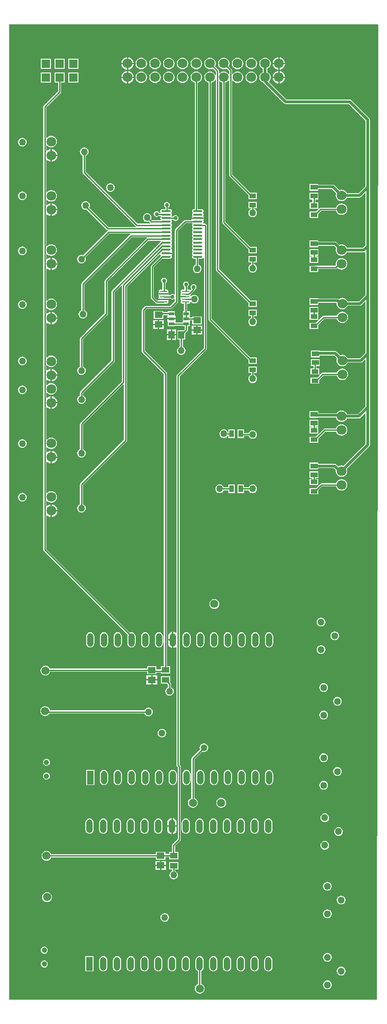
<source format=gbr>
G04 Layer_Physical_Order=1*
G04 Layer_Color=255*
%FSLAX26Y26*%
%MOIN*%
%TF.FileFunction,Copper,L1,Top,Signal*%
%TF.Part,Single*%
G01*
G75*
%TA.AperFunction,SMDPad,CuDef*%
%ADD10R,0.039370X0.023622*%
%ADD11O,0.072835X0.013780*%
%ADD12R,0.033465X0.051181*%
%ADD13R,0.051181X0.033465*%
%ADD14R,0.053150X0.037402*%
%ADD15O,0.057087X0.009842*%
%ADD16R,0.057087X0.045276*%
%ADD17R,0.045276X0.057087*%
%ADD18R,0.055118X0.041339*%
%TA.AperFunction,Conductor*%
%ADD19C,0.010000*%
%ADD20C,0.019685*%
%TA.AperFunction,ComponentPad*%
%ADD21C,0.059055*%
%ADD22C,0.070866*%
%ADD23R,0.060000X0.060000*%
%ADD24C,0.051181*%
%ADD25C,0.039370*%
%ADD26O,0.047244X0.098425*%
%ADD27R,0.047244X0.098425*%
%TA.AperFunction,ViaPad*%
%ADD28C,0.050000*%
%ADD29C,0.029528*%
G36*
X2636155Y7083076D02*
X2628209Y-1D01*
X-45378Y-0D01*
X-45378Y7086612D01*
X2632622Y7086614D01*
X2636155Y7083076D01*
D02*
G37*
%LPC*%
G36*
X1843246Y1668927D02*
X1835538Y1667912D01*
X1828355Y1664936D01*
X1822187Y1660204D01*
X1817454Y1654035D01*
X1814478Y1646852D01*
X1813464Y1639144D01*
Y1587963D01*
X1814478Y1580255D01*
X1817454Y1573072D01*
X1822187Y1566904D01*
X1828355Y1562171D01*
X1835538Y1559196D01*
X1843246Y1558181D01*
X1850954Y1559196D01*
X1858137Y1562171D01*
X1864305Y1566904D01*
X1869038Y1573072D01*
X1872013Y1580255D01*
X1873028Y1587963D01*
Y1639144D01*
X1872013Y1646852D01*
X1869038Y1654035D01*
X1864305Y1660204D01*
X1858137Y1664936D01*
X1850954Y1667912D01*
X1843246Y1668927D01*
D02*
G37*
G36*
X572773Y1668672D02*
X513718D01*
Y1558436D01*
X572773D01*
Y1668672D01*
D02*
G37*
G36*
X1743246Y1668927D02*
X1735538Y1667912D01*
X1728355Y1664936D01*
X1722187Y1660204D01*
X1717454Y1654035D01*
X1714478Y1646852D01*
X1713464Y1639144D01*
Y1587963D01*
X1714478Y1580255D01*
X1717454Y1573072D01*
X1722187Y1566904D01*
X1728355Y1562171D01*
X1735538Y1559196D01*
X1743246Y1558181D01*
X1750954Y1559196D01*
X1758137Y1562171D01*
X1764305Y1566904D01*
X1769038Y1573072D01*
X1772013Y1580255D01*
X1773028Y1587963D01*
Y1639144D01*
X1772013Y1646852D01*
X1769038Y1654035D01*
X1764305Y1660204D01*
X1758137Y1664936D01*
X1750954Y1667912D01*
X1743246Y1668927D01*
D02*
G37*
G36*
X1543246D02*
X1535538Y1667912D01*
X1528355Y1664936D01*
X1522187Y1660204D01*
X1517454Y1654035D01*
X1514478Y1646852D01*
X1513464Y1639144D01*
Y1587963D01*
X1514478Y1580255D01*
X1517454Y1573072D01*
X1522187Y1566904D01*
X1528355Y1562171D01*
X1535538Y1559196D01*
X1543246Y1558181D01*
X1550954Y1559196D01*
X1558137Y1562171D01*
X1564305Y1566904D01*
X1569038Y1573072D01*
X1572013Y1580255D01*
X1573028Y1587963D01*
Y1639144D01*
X1572013Y1646852D01*
X1569038Y1654035D01*
X1564305Y1660204D01*
X1558137Y1664936D01*
X1550954Y1667912D01*
X1543246Y1668927D01*
D02*
G37*
G36*
X1643246D02*
X1635538Y1667912D01*
X1628355Y1664936D01*
X1622187Y1660204D01*
X1617454Y1654035D01*
X1614478Y1646852D01*
X1613464Y1639144D01*
Y1587963D01*
X1614478Y1580255D01*
X1617454Y1573072D01*
X1622187Y1566904D01*
X1628355Y1562171D01*
X1635538Y1559196D01*
X1643246Y1558181D01*
X1650954Y1559196D01*
X1658137Y1562171D01*
X1664305Y1566904D01*
X1669038Y1573072D01*
X1672013Y1580255D01*
X1673028Y1587963D01*
Y1639144D01*
X1672013Y1646852D01*
X1669038Y1654035D01*
X1664305Y1660204D01*
X1658137Y1664936D01*
X1650954Y1667912D01*
X1643246Y1668927D01*
D02*
G37*
G36*
X225504Y1650213D02*
X218823Y1649333D01*
X212598Y1646755D01*
X207253Y1642653D01*
X203151Y1637307D01*
X200572Y1631082D01*
X199693Y1624402D01*
X200572Y1617721D01*
X203151Y1611496D01*
X207253Y1606150D01*
X212598Y1602048D01*
X218823Y1599470D01*
X225504Y1598590D01*
X232184Y1599470D01*
X238410Y1602048D01*
X243755Y1606150D01*
X247857Y1611496D01*
X250436Y1617721D01*
X251315Y1624402D01*
X250436Y1631082D01*
X247857Y1637307D01*
X243755Y1642653D01*
X238410Y1646755D01*
X232184Y1649333D01*
X225504Y1650213D01*
D02*
G37*
G36*
X1370000Y1861172D02*
X1361932Y1860110D01*
X1354414Y1856996D01*
X1347958Y1852042D01*
X1343004Y1845586D01*
X1339890Y1838068D01*
X1338828Y1830000D01*
X1339890Y1821932D01*
X1341740Y1817465D01*
X1282138Y1757862D01*
X1279727Y1754255D01*
X1278881Y1750000D01*
X1278881Y1749999D01*
Y1463747D01*
X1272131Y1460951D01*
X1264729Y1455271D01*
X1259049Y1447869D01*
X1255479Y1439250D01*
X1254261Y1430000D01*
X1255479Y1420750D01*
X1259049Y1412131D01*
X1264729Y1404729D01*
X1272131Y1399049D01*
X1280750Y1395479D01*
X1290000Y1394261D01*
X1299250Y1395479D01*
X1307869Y1399049D01*
X1315271Y1404729D01*
X1320951Y1412131D01*
X1324521Y1420750D01*
X1325739Y1430000D01*
X1324521Y1439250D01*
X1320951Y1447869D01*
X1315271Y1455271D01*
X1307869Y1460951D01*
X1301119Y1463747D01*
Y1745394D01*
X1357465Y1801740D01*
X1361932Y1799890D01*
X1370000Y1798828D01*
X1378068Y1799890D01*
X1385586Y1803004D01*
X1392042Y1807958D01*
X1396996Y1814414D01*
X1400110Y1821932D01*
X1401172Y1830000D01*
X1400110Y1838068D01*
X1396996Y1845586D01*
X1392042Y1852042D01*
X1385586Y1856996D01*
X1378068Y1860110D01*
X1370000Y1861172D01*
D02*
G37*
G36*
X1065504Y1967574D02*
X1057436Y1966512D01*
X1049918Y1963398D01*
X1043462Y1958444D01*
X1038508Y1951988D01*
X1035394Y1944470D01*
X1034332Y1936402D01*
X1035394Y1928334D01*
X1038508Y1920815D01*
X1043462Y1914360D01*
X1049918Y1909406D01*
X1057436Y1906292D01*
X1065504Y1905229D01*
X1073572Y1906292D01*
X1081090Y1909406D01*
X1087546Y1914360D01*
X1092500Y1920815D01*
X1095614Y1928334D01*
X1096676Y1936402D01*
X1095614Y1944470D01*
X1092500Y1951988D01*
X1087546Y1958444D01*
X1081090Y1963398D01*
X1073572Y1966512D01*
X1065504Y1967574D01*
D02*
G37*
G36*
X2240504Y1789169D02*
X2232282Y1788087D01*
X2224620Y1784913D01*
X2218041Y1779865D01*
X2212992Y1773285D01*
X2209819Y1765624D01*
X2208736Y1757402D01*
X2209819Y1749179D01*
X2212992Y1741518D01*
X2218041Y1734938D01*
X2224620Y1729890D01*
X2232282Y1726716D01*
X2240504Y1725634D01*
X2248726Y1726716D01*
X2256388Y1729890D01*
X2262967Y1734938D01*
X2268016Y1741518D01*
X2271189Y1749179D01*
X2272272Y1757402D01*
X2271189Y1765624D01*
X2268016Y1773285D01*
X2262967Y1779865D01*
X2256388Y1784913D01*
X2248726Y1788087D01*
X2240504Y1789169D01*
D02*
G37*
G36*
X2340504Y1689169D02*
X2332282Y1688087D01*
X2324620Y1684913D01*
X2318041Y1679865D01*
X2312992Y1673285D01*
X2309819Y1665624D01*
X2308736Y1657402D01*
X2309819Y1649179D01*
X2312992Y1641518D01*
X2318041Y1634938D01*
X2324620Y1629890D01*
X2332282Y1626716D01*
X2340504Y1625634D01*
X2348726Y1626716D01*
X2356388Y1629890D01*
X2362967Y1634938D01*
X2368016Y1641518D01*
X2371189Y1649179D01*
X2372272Y1657402D01*
X2371189Y1665624D01*
X2368016Y1673285D01*
X2362967Y1679865D01*
X2356388Y1684913D01*
X2348726Y1688087D01*
X2340504Y1689169D01*
D02*
G37*
G36*
X225504Y1750213D02*
X218823Y1749333D01*
X212598Y1746755D01*
X207253Y1742653D01*
X203151Y1737307D01*
X200572Y1731082D01*
X199693Y1724402D01*
X200572Y1717721D01*
X203151Y1711496D01*
X207253Y1706150D01*
X212598Y1702048D01*
X218823Y1699470D01*
X225504Y1698590D01*
X232184Y1699470D01*
X238410Y1702048D01*
X243755Y1706150D01*
X247857Y1711496D01*
X250436Y1717721D01*
X251315Y1724402D01*
X250436Y1731082D01*
X247857Y1737307D01*
X243755Y1742653D01*
X238410Y1746755D01*
X232184Y1749333D01*
X225504Y1750213D01*
D02*
G37*
G36*
X1443246Y1668927D02*
X1435538Y1667912D01*
X1428355Y1664936D01*
X1422187Y1660204D01*
X1417454Y1654035D01*
X1414478Y1646852D01*
X1413464Y1639144D01*
Y1587963D01*
X1414478Y1580255D01*
X1417454Y1573072D01*
X1422187Y1566904D01*
X1428355Y1562171D01*
X1435538Y1559196D01*
X1443246Y1558181D01*
X1450954Y1559196D01*
X1458137Y1562171D01*
X1464305Y1566904D01*
X1469038Y1573072D01*
X1472013Y1580255D01*
X1473028Y1587963D01*
Y1639144D01*
X1472013Y1646852D01*
X1469038Y1654035D01*
X1464305Y1660204D01*
X1458137Y1664936D01*
X1450954Y1667912D01*
X1443246Y1668927D01*
D02*
G37*
G36*
X643246D02*
X635538Y1667912D01*
X628355Y1664936D01*
X622187Y1660204D01*
X617454Y1654035D01*
X614478Y1646852D01*
X613464Y1639144D01*
Y1587963D01*
X614478Y1580255D01*
X617454Y1573072D01*
X622187Y1566904D01*
X628355Y1562171D01*
X635538Y1559196D01*
X643246Y1558181D01*
X650954Y1559196D01*
X658137Y1562171D01*
X664305Y1566904D01*
X669038Y1573072D01*
X672013Y1580255D01*
X673028Y1587963D01*
Y1639144D01*
X672013Y1646852D01*
X669038Y1654035D01*
X664305Y1660204D01*
X658137Y1664936D01*
X650954Y1667912D01*
X643246Y1668927D01*
D02*
G37*
G36*
X743246D02*
X735538Y1667912D01*
X728355Y1664936D01*
X722187Y1660204D01*
X717454Y1654035D01*
X714478Y1646852D01*
X713464Y1639144D01*
Y1587963D01*
X714478Y1580255D01*
X717454Y1573072D01*
X722187Y1566904D01*
X728355Y1562171D01*
X735538Y1559196D01*
X743246Y1558181D01*
X750954Y1559196D01*
X758137Y1562171D01*
X764305Y1566904D01*
X769038Y1573072D01*
X772013Y1580255D01*
X773028Y1587963D01*
Y1639144D01*
X772013Y1646852D01*
X769038Y1654035D01*
X764305Y1660204D01*
X758137Y1664936D01*
X750954Y1667912D01*
X743246Y1668927D01*
D02*
G37*
G36*
X2240504Y1589169D02*
X2232282Y1588087D01*
X2224620Y1584913D01*
X2218041Y1579865D01*
X2212992Y1573285D01*
X2209819Y1565624D01*
X2208736Y1557402D01*
X2209819Y1549179D01*
X2212992Y1541518D01*
X2218041Y1534938D01*
X2224620Y1529890D01*
X2232282Y1526716D01*
X2240504Y1525634D01*
X2248726Y1526716D01*
X2256388Y1529890D01*
X2262967Y1534938D01*
X2268016Y1541518D01*
X2271189Y1549179D01*
X2272272Y1557402D01*
X2271189Y1565624D01*
X2268016Y1573285D01*
X2262967Y1579865D01*
X2256388Y1584913D01*
X2248726Y1588087D01*
X2240504Y1589169D01*
D02*
G37*
G36*
X2248504Y1353017D02*
X2240282Y1351935D01*
X2232620Y1348761D01*
X2226041Y1343713D01*
X2220992Y1337133D01*
X2217819Y1329472D01*
X2216736Y1321250D01*
X2217819Y1313027D01*
X2220992Y1305366D01*
X2226041Y1298786D01*
X2232620Y1293738D01*
X2240282Y1290564D01*
X2248504Y1289482D01*
X2256726Y1290564D01*
X2264388Y1293738D01*
X2270967Y1298786D01*
X2276016Y1305366D01*
X2279189Y1313027D01*
X2280272Y1321250D01*
X2279189Y1329472D01*
X2276016Y1337133D01*
X2270967Y1343713D01*
X2264388Y1348761D01*
X2256726Y1351935D01*
X2248504Y1353017D01*
D02*
G37*
G36*
X1495000Y1465739D02*
X1485750Y1464521D01*
X1477131Y1460951D01*
X1469729Y1455271D01*
X1464049Y1447869D01*
X1460479Y1439250D01*
X1459261Y1430000D01*
X1460479Y1420750D01*
X1464049Y1412131D01*
X1469729Y1404729D01*
X1477131Y1399049D01*
X1485750Y1395479D01*
X1495000Y1394261D01*
X1504250Y1395479D01*
X1512869Y1399049D01*
X1520271Y1404729D01*
X1525951Y1412131D01*
X1529521Y1420750D01*
X1530739Y1430000D01*
X1529521Y1439250D01*
X1525951Y1447869D01*
X1520271Y1455271D01*
X1512869Y1460951D01*
X1504250Y1464521D01*
X1495000Y1465739D01*
D02*
G37*
G36*
X843246Y1668927D02*
X835538Y1667912D01*
X828355Y1664936D01*
X822187Y1660204D01*
X817454Y1654035D01*
X814478Y1646852D01*
X813464Y1639144D01*
Y1587963D01*
X814478Y1580255D01*
X817454Y1573072D01*
X822187Y1566904D01*
X828355Y1562171D01*
X835538Y1559196D01*
X843246Y1558181D01*
X850954Y1559196D01*
X858137Y1562171D01*
X864305Y1566904D01*
X869038Y1573072D01*
X872013Y1580255D01*
X873028Y1587963D01*
Y1639144D01*
X872013Y1646852D01*
X869038Y1654035D01*
X864305Y1660204D01*
X858137Y1664936D01*
X850954Y1667912D01*
X843246Y1668927D01*
D02*
G37*
G36*
X1243246D02*
X1235538Y1667912D01*
X1228355Y1664936D01*
X1222187Y1660204D01*
X1217454Y1654035D01*
X1214478Y1646852D01*
X1213464Y1639144D01*
Y1587963D01*
X1214478Y1580255D01*
X1217454Y1573072D01*
X1222187Y1566904D01*
X1228355Y1562171D01*
X1235538Y1559196D01*
X1243246Y1558181D01*
X1250954Y1559196D01*
X1258137Y1562171D01*
X1264305Y1566904D01*
X1269038Y1573072D01*
X1272013Y1580255D01*
X1273028Y1587963D01*
Y1639144D01*
X1272013Y1646852D01*
X1269038Y1654035D01*
X1264305Y1660204D01*
X1258137Y1664936D01*
X1250954Y1667912D01*
X1243246Y1668927D01*
D02*
G37*
G36*
X1343246D02*
X1335538Y1667912D01*
X1328355Y1664936D01*
X1322187Y1660204D01*
X1317454Y1654035D01*
X1314478Y1646852D01*
X1313464Y1639144D01*
Y1587963D01*
X1314478Y1580255D01*
X1317454Y1573072D01*
X1322187Y1566904D01*
X1328355Y1562171D01*
X1335538Y1559196D01*
X1343246Y1558181D01*
X1350954Y1559196D01*
X1358137Y1562171D01*
X1364305Y1566904D01*
X1369038Y1573072D01*
X1372013Y1580255D01*
X1373028Y1587963D01*
Y1639144D01*
X1372013Y1646852D01*
X1369038Y1654035D01*
X1364305Y1660204D01*
X1358137Y1664936D01*
X1350954Y1667912D01*
X1343246Y1668927D01*
D02*
G37*
G36*
X1143246D02*
X1135538Y1667912D01*
X1128355Y1664936D01*
X1122187Y1660204D01*
X1117454Y1654035D01*
X1114478Y1646852D01*
X1113464Y1639144D01*
Y1587963D01*
X1114478Y1580255D01*
X1117454Y1573072D01*
X1122187Y1566904D01*
X1128355Y1562171D01*
X1135538Y1559196D01*
X1143246Y1558181D01*
X1150954Y1559196D01*
X1158137Y1562171D01*
X1164305Y1566904D01*
X1169038Y1573072D01*
X1172013Y1580255D01*
X1173028Y1587963D01*
Y1639144D01*
X1172013Y1646852D01*
X1169038Y1654035D01*
X1164305Y1660204D01*
X1158137Y1664936D01*
X1150954Y1667912D01*
X1143246Y1668927D01*
D02*
G37*
G36*
X943246D02*
X935538Y1667912D01*
X928355Y1664936D01*
X922187Y1660204D01*
X917454Y1654035D01*
X914478Y1646852D01*
X913464Y1639144D01*
Y1587963D01*
X914478Y1580255D01*
X917454Y1573072D01*
X922187Y1566904D01*
X928355Y1562171D01*
X935538Y1559196D01*
X943246Y1558181D01*
X950954Y1559196D01*
X958137Y1562171D01*
X964305Y1566904D01*
X969038Y1573072D01*
X972013Y1580255D01*
X973028Y1587963D01*
Y1639144D01*
X972013Y1646852D01*
X969038Y1654035D01*
X964305Y1660204D01*
X958137Y1664936D01*
X950954Y1667912D01*
X943246Y1668927D01*
D02*
G37*
G36*
X1043246D02*
X1035538Y1667912D01*
X1028355Y1664936D01*
X1022187Y1660204D01*
X1017454Y1654035D01*
X1014478Y1646852D01*
X1013464Y1639144D01*
Y1587963D01*
X1014478Y1580255D01*
X1017454Y1573072D01*
X1022187Y1566904D01*
X1028355Y1562171D01*
X1035538Y1559196D01*
X1043246Y1558181D01*
X1050954Y1559196D01*
X1058137Y1562171D01*
X1064305Y1566904D01*
X1069038Y1573072D01*
X1072013Y1580255D01*
X1073028Y1587963D01*
Y1639144D01*
X1072013Y1646852D01*
X1069038Y1654035D01*
X1064305Y1660204D01*
X1058137Y1664936D01*
X1050954Y1667912D01*
X1043246Y1668927D01*
D02*
G37*
G36*
X2240504Y2099169D02*
X2232282Y2098087D01*
X2224620Y2094913D01*
X2218041Y2089865D01*
X2212992Y2083285D01*
X2209819Y2075624D01*
X2208736Y2067402D01*
X2209819Y2059180D01*
X2212992Y2051518D01*
X2218041Y2044938D01*
X2224620Y2039890D01*
X2232282Y2036716D01*
X2240504Y2035634D01*
X2248726Y2036716D01*
X2256388Y2039890D01*
X2262967Y2044938D01*
X2268016Y2051518D01*
X2271189Y2059180D01*
X2272272Y2067402D01*
X2271189Y2075624D01*
X2268016Y2083285D01*
X2262967Y2089865D01*
X2256388Y2094913D01*
X2248726Y2098087D01*
X2240504Y2099169D01*
D02*
G37*
G36*
X1243246Y2668927D02*
X1235538Y2667912D01*
X1228355Y2664936D01*
X1222187Y2660204D01*
X1217454Y2654035D01*
X1214478Y2646852D01*
X1213464Y2639144D01*
Y2587963D01*
X1214478Y2580255D01*
X1217454Y2573072D01*
X1222187Y2566904D01*
X1228355Y2562171D01*
X1235538Y2559195D01*
X1243246Y2558181D01*
X1250954Y2559195D01*
X1258137Y2562171D01*
X1264305Y2566904D01*
X1269038Y2573072D01*
X1272013Y2580255D01*
X1273028Y2587963D01*
Y2639144D01*
X1272013Y2646852D01*
X1269038Y2654035D01*
X1264305Y2660204D01*
X1258137Y2664936D01*
X1250954Y2667912D01*
X1243246Y2668927D01*
D02*
G37*
G36*
X1343246D02*
X1335538Y2667912D01*
X1328355Y2664936D01*
X1322187Y2660204D01*
X1317454Y2654035D01*
X1314478Y2646852D01*
X1313464Y2639144D01*
Y2587963D01*
X1314478Y2580255D01*
X1317454Y2573072D01*
X1322187Y2566904D01*
X1328355Y2562171D01*
X1335538Y2559195D01*
X1343246Y2558181D01*
X1350954Y2559195D01*
X1358137Y2562171D01*
X1364305Y2566904D01*
X1369038Y2573072D01*
X1372013Y2580255D01*
X1373028Y2587963D01*
Y2639144D01*
X1372013Y2646852D01*
X1369038Y2654035D01*
X1364305Y2660204D01*
X1358137Y2664936D01*
X1350954Y2667912D01*
X1343246Y2668927D01*
D02*
G37*
G36*
X1043246D02*
X1035538Y2667912D01*
X1028355Y2664936D01*
X1022187Y2660204D01*
X1017454Y2654035D01*
X1014478Y2646852D01*
X1013464Y2639144D01*
Y2587963D01*
X1014478Y2580255D01*
X1017454Y2573072D01*
X1022187Y2566904D01*
X1028355Y2562171D01*
X1035538Y2559195D01*
X1043246Y2558181D01*
X1050954Y2559195D01*
X1058137Y2562171D01*
X1064305Y2566904D01*
X1069038Y2573072D01*
X1072013Y2580255D01*
X1073028Y2587963D01*
Y2639144D01*
X1072013Y2646852D01*
X1069038Y2654035D01*
X1064305Y2660204D01*
X1058137Y2664936D01*
X1050954Y2667912D01*
X1043246Y2668927D01*
D02*
G37*
G36*
X743246D02*
X735538Y2667912D01*
X728355Y2664936D01*
X722187Y2660204D01*
X717454Y2654035D01*
X714478Y2646852D01*
X713464Y2639144D01*
Y2587963D01*
X714478Y2580255D01*
X717454Y2573072D01*
X722187Y2566904D01*
X728355Y2562171D01*
X735538Y2559195D01*
X743246Y2558181D01*
X750954Y2559195D01*
X758137Y2562171D01*
X764305Y2566904D01*
X769038Y2573072D01*
X772013Y2580255D01*
X773028Y2587963D01*
Y2639144D01*
X772013Y2646852D01*
X769038Y2654035D01*
X764305Y2660204D01*
X758137Y2664936D01*
X750954Y2667912D01*
X743246Y2668927D01*
D02*
G37*
G36*
X943246D02*
X935538Y2667912D01*
X928355Y2664936D01*
X922187Y2660204D01*
X917454Y2654035D01*
X914478Y2646852D01*
X913464Y2639144D01*
Y2587963D01*
X914478Y2580255D01*
X917454Y2573072D01*
X922187Y2566904D01*
X928355Y2562171D01*
X935538Y2559195D01*
X943246Y2558181D01*
X950954Y2559195D01*
X958137Y2562171D01*
X964305Y2566904D01*
X969038Y2573072D01*
X972013Y2580255D01*
X973028Y2587963D01*
Y2639144D01*
X972013Y2646852D01*
X969038Y2654035D01*
X964305Y2660204D01*
X958137Y2664936D01*
X950954Y2667912D01*
X943246Y2668927D01*
D02*
G37*
G36*
X1443246D02*
X1435538Y2667912D01*
X1428355Y2664936D01*
X1422187Y2660204D01*
X1417454Y2654035D01*
X1414478Y2646852D01*
X1413464Y2639144D01*
Y2587963D01*
X1414478Y2580255D01*
X1417454Y2573072D01*
X1422187Y2566904D01*
X1428355Y2562171D01*
X1435538Y2559195D01*
X1443246Y2558181D01*
X1450954Y2559195D01*
X1458137Y2562171D01*
X1464305Y2566904D01*
X1469038Y2573072D01*
X1472013Y2580255D01*
X1473028Y2587963D01*
Y2639144D01*
X1472013Y2646852D01*
X1469038Y2654035D01*
X1464305Y2660204D01*
X1458137Y2664936D01*
X1450954Y2667912D01*
X1443246Y2668927D01*
D02*
G37*
G36*
X1843246D02*
X1835538Y2667912D01*
X1828355Y2664936D01*
X1822187Y2660204D01*
X1817454Y2654035D01*
X1814478Y2646852D01*
X1813464Y2639144D01*
Y2587963D01*
X1814478Y2580255D01*
X1817454Y2573072D01*
X1822187Y2566904D01*
X1828355Y2562171D01*
X1835538Y2559195D01*
X1843246Y2558181D01*
X1850954Y2559195D01*
X1858137Y2562171D01*
X1864305Y2566904D01*
X1869038Y2573072D01*
X1872013Y2580255D01*
X1873028Y2587963D01*
Y2639144D01*
X1872013Y2646852D01*
X1869038Y2654035D01*
X1864305Y2660204D01*
X1858137Y2664936D01*
X1850954Y2667912D01*
X1843246Y2668927D01*
D02*
G37*
G36*
X2321504Y2675169D02*
X2313282Y2674087D01*
X2305620Y2670913D01*
X2299041Y2665865D01*
X2293992Y2659285D01*
X2290819Y2651624D01*
X2289736Y2643402D01*
X2290819Y2635180D01*
X2293992Y2627518D01*
X2299041Y2620938D01*
X2305620Y2615890D01*
X2313282Y2612716D01*
X2321504Y2611634D01*
X2329726Y2612716D01*
X2337388Y2615890D01*
X2343967Y2620938D01*
X2349016Y2627518D01*
X2352189Y2635180D01*
X2353272Y2643402D01*
X2352189Y2651624D01*
X2349016Y2659285D01*
X2343967Y2665865D01*
X2337388Y2670913D01*
X2329726Y2674087D01*
X2321504Y2675169D01*
D02*
G37*
G36*
X1743246Y2668927D02*
X1735538Y2667912D01*
X1728355Y2664936D01*
X1722187Y2660204D01*
X1717454Y2654035D01*
X1714478Y2646852D01*
X1713464Y2639144D01*
Y2587963D01*
X1714478Y2580255D01*
X1717454Y2573072D01*
X1722187Y2566904D01*
X1728355Y2562171D01*
X1735538Y2559195D01*
X1743246Y2558181D01*
X1750954Y2559195D01*
X1758137Y2562171D01*
X1764305Y2566904D01*
X1769038Y2573072D01*
X1772013Y2580255D01*
X1773028Y2587963D01*
Y2639144D01*
X1772013Y2646852D01*
X1769038Y2654035D01*
X1764305Y2660204D01*
X1758137Y2664936D01*
X1750954Y2667912D01*
X1743246Y2668927D01*
D02*
G37*
G36*
X1543246D02*
X1535538Y2667912D01*
X1528355Y2664936D01*
X1522187Y2660204D01*
X1517454Y2654035D01*
X1514478Y2646852D01*
X1513464Y2639144D01*
Y2587963D01*
X1514478Y2580255D01*
X1517454Y2573072D01*
X1522187Y2566904D01*
X1528355Y2562171D01*
X1535538Y2559195D01*
X1543246Y2558181D01*
X1550954Y2559195D01*
X1558137Y2562171D01*
X1564305Y2566904D01*
X1569038Y2573072D01*
X1572013Y2580255D01*
X1573028Y2587963D01*
Y2639144D01*
X1572013Y2646852D01*
X1569038Y2654035D01*
X1564305Y2660204D01*
X1558137Y2664936D01*
X1550954Y2667912D01*
X1543246Y2668927D01*
D02*
G37*
G36*
X1643246D02*
X1635538Y2667912D01*
X1628355Y2664936D01*
X1622187Y2660204D01*
X1617454Y2654035D01*
X1614478Y2646852D01*
X1613464Y2639144D01*
Y2587963D01*
X1614478Y2580255D01*
X1617454Y2573072D01*
X1622187Y2566904D01*
X1628355Y2562171D01*
X1635538Y2559195D01*
X1643246Y2558181D01*
X1650954Y2559195D01*
X1658137Y2562171D01*
X1664305Y2566904D01*
X1669038Y2573072D01*
X1672013Y2580255D01*
X1673028Y2587963D01*
Y2639144D01*
X1672013Y2646852D01*
X1669038Y2654035D01*
X1664305Y2660204D01*
X1658137Y2664936D01*
X1650954Y2667912D01*
X1643246Y2668927D01*
D02*
G37*
G36*
X643246D02*
X635538Y2667912D01*
X628355Y2664936D01*
X622187Y2660204D01*
X617454Y2654035D01*
X614478Y2646852D01*
X613464Y2639144D01*
Y2587963D01*
X614478Y2580255D01*
X617454Y2573072D01*
X622187Y2566904D01*
X628355Y2562171D01*
X635538Y2559195D01*
X643246Y2558181D01*
X650954Y2559195D01*
X658137Y2562171D01*
X664305Y2566904D01*
X669038Y2573072D01*
X672013Y2580255D01*
X673028Y2587963D01*
Y2639144D01*
X672013Y2646852D01*
X669038Y2654035D01*
X664305Y2660204D01*
X658137Y2664936D01*
X650954Y2667912D01*
X643246Y2668927D01*
D02*
G37*
G36*
X2240504Y2299169D02*
X2232282Y2298087D01*
X2224620Y2294913D01*
X2218041Y2289865D01*
X2212992Y2283285D01*
X2209819Y2275624D01*
X2208736Y2267402D01*
X2209819Y2259180D01*
X2212992Y2251518D01*
X2218041Y2244938D01*
X2224620Y2239890D01*
X2232282Y2236716D01*
X2240504Y2235634D01*
X2248726Y2236716D01*
X2256388Y2239890D01*
X2262967Y2244938D01*
X2268016Y2251518D01*
X2271189Y2259180D01*
X2272272Y2267402D01*
X2271189Y2275624D01*
X2268016Y2283285D01*
X2262967Y2289865D01*
X2256388Y2294913D01*
X2248726Y2298087D01*
X2240504Y2299169D01*
D02*
G37*
G36*
X986000Y2318568D02*
X952457D01*
Y2290930D01*
X986000D01*
Y2318568D01*
D02*
G37*
G36*
X1123464Y2349172D02*
X1056535D01*
Y2296023D01*
X1100850D01*
X1108881Y2287992D01*
Y2268846D01*
X1104414Y2266995D01*
X1097958Y2262042D01*
X1093004Y2255586D01*
X1089890Y2248068D01*
X1088828Y2240000D01*
X1089890Y2231932D01*
X1093004Y2224414D01*
X1097958Y2217957D01*
X1104414Y2213004D01*
X1111932Y2209890D01*
X1120000Y2208827D01*
X1128068Y2209890D01*
X1135586Y2213004D01*
X1142042Y2217957D01*
X1146996Y2224414D01*
X1150110Y2231932D01*
X1151172Y2240000D01*
X1150110Y2248068D01*
X1146996Y2255586D01*
X1142042Y2262042D01*
X1135586Y2266995D01*
X1131119Y2268846D01*
Y2292598D01*
X1130273Y2296853D01*
X1127862Y2300460D01*
X1123464Y2304858D01*
Y2349172D01*
D02*
G37*
G36*
X215000Y2131739D02*
X205750Y2130521D01*
X197131Y2126951D01*
X189729Y2121271D01*
X184049Y2113869D01*
X180479Y2105250D01*
X179261Y2096000D01*
X180479Y2086750D01*
X184049Y2078131D01*
X189729Y2070729D01*
X197131Y2065049D01*
X205750Y2061479D01*
X215000Y2060261D01*
X224250Y2061479D01*
X232869Y2065049D01*
X240271Y2070729D01*
X245951Y2078131D01*
X246676Y2079881D01*
X937154D01*
X939004Y2075414D01*
X943958Y2068958D01*
X950414Y2064004D01*
X957932Y2060890D01*
X966000Y2059828D01*
X974068Y2060890D01*
X981586Y2064004D01*
X988042Y2068958D01*
X992996Y2075414D01*
X996110Y2082932D01*
X997172Y2091000D01*
X996110Y2099068D01*
X992996Y2106586D01*
X988042Y2113042D01*
X981586Y2117996D01*
X974068Y2121110D01*
X966000Y2122172D01*
X957932Y2121110D01*
X950414Y2117996D01*
X943958Y2113042D01*
X939004Y2106586D01*
X937154Y2102119D01*
X249933D01*
X249521Y2105250D01*
X245951Y2113869D01*
X240271Y2121271D01*
X232869Y2126951D01*
X224250Y2130521D01*
X215000Y2131739D01*
D02*
G37*
G36*
X2340504Y2199169D02*
X2332282Y2198087D01*
X2324620Y2194913D01*
X2318041Y2189865D01*
X2312992Y2183285D01*
X2309819Y2175624D01*
X2308736Y2167402D01*
X2309819Y2159180D01*
X2312992Y2151518D01*
X2318041Y2144938D01*
X2324620Y2139890D01*
X2332282Y2136716D01*
X2340504Y2135634D01*
X2348726Y2136716D01*
X2356388Y2139890D01*
X2362967Y2144938D01*
X2368016Y2151518D01*
X2371189Y2159180D01*
X2372272Y2167402D01*
X2371189Y2175624D01*
X2368016Y2183285D01*
X2362967Y2189865D01*
X2356388Y2194913D01*
X2348726Y2198087D01*
X2340504Y2199169D01*
D02*
G37*
G36*
X1029544Y2318568D02*
X996000D01*
Y2290930D01*
X1029544D01*
Y2318568D01*
D02*
G37*
G36*
X1138244Y2608554D02*
X1109334D01*
Y2587963D01*
X1110489Y2579186D01*
X1113877Y2571007D01*
X1119266Y2563983D01*
X1126290Y2558594D01*
X1134469Y2555206D01*
X1138244Y2554709D01*
Y2608554D01*
D02*
G37*
G36*
X543246Y2668927D02*
X535538Y2667912D01*
X528355Y2664936D01*
X522187Y2660204D01*
X517454Y2654035D01*
X514478Y2646852D01*
X513464Y2639144D01*
Y2587963D01*
X514478Y2580255D01*
X517454Y2573072D01*
X522187Y2566904D01*
X528355Y2562171D01*
X535538Y2559195D01*
X543246Y2558181D01*
X550954Y2559195D01*
X558137Y2562171D01*
X564305Y2566904D01*
X569038Y2573072D01*
X572013Y2580255D01*
X573028Y2587963D01*
Y2639144D01*
X572013Y2646852D01*
X569038Y2654035D01*
X564305Y2660204D01*
X558137Y2664936D01*
X550954Y2667912D01*
X543246Y2668927D01*
D02*
G37*
G36*
X2221504Y2575169D02*
X2213282Y2574087D01*
X2205620Y2570913D01*
X2199041Y2565865D01*
X2193992Y2559285D01*
X2190819Y2551624D01*
X2189736Y2543402D01*
X2190819Y2535180D01*
X2193992Y2527518D01*
X2199041Y2520938D01*
X2205620Y2515890D01*
X2213282Y2512716D01*
X2221504Y2511634D01*
X2229726Y2512716D01*
X2237388Y2515890D01*
X2243967Y2520938D01*
X2249016Y2527518D01*
X2252189Y2535180D01*
X2253272Y2543402D01*
X2252189Y2551624D01*
X2249016Y2559285D01*
X2243967Y2565865D01*
X2237388Y2570913D01*
X2229726Y2574087D01*
X2221504Y2575169D01*
D02*
G37*
G36*
X986000Y2356206D02*
X952457D01*
Y2328568D01*
X986000D01*
Y2356206D01*
D02*
G37*
G36*
X1029544D02*
X996000D01*
Y2328568D01*
X1029544D01*
Y2356206D01*
D02*
G37*
G36*
X1143324Y1319052D02*
Y1265209D01*
X1172236D01*
Y1285798D01*
X1171081Y1294575D01*
X1167693Y1302754D01*
X1162303Y1309778D01*
X1155280Y1315167D01*
X1147101Y1318555D01*
X1143324Y1319052D01*
D02*
G37*
G36*
X567851Y315326D02*
X508796D01*
Y205089D01*
X567851D01*
Y315326D01*
D02*
G37*
G36*
X209504Y285213D02*
X202823Y284333D01*
X196598Y281755D01*
X191253Y277653D01*
X187151Y272307D01*
X184572Y266082D01*
X183693Y259402D01*
X184572Y252721D01*
X187151Y246496D01*
X191253Y241150D01*
X196598Y237048D01*
X202823Y234470D01*
X209504Y233590D01*
X216184Y234470D01*
X222410Y237048D01*
X227755Y241150D01*
X231857Y246496D01*
X234436Y252721D01*
X235315Y259402D01*
X234436Y266082D01*
X231857Y272307D01*
X227755Y277653D01*
X222410Y281755D01*
X216184Y284333D01*
X209504Y285213D01*
D02*
G37*
G36*
X1838324Y315580D02*
X1830616Y314566D01*
X1823433Y311590D01*
X1817265Y306858D01*
X1812532Y300689D01*
X1809556Y293506D01*
X1808542Y285798D01*
Y234617D01*
X1809556Y226909D01*
X1812532Y219726D01*
X1817265Y213558D01*
X1823433Y208825D01*
X1830616Y205850D01*
X1838324Y204835D01*
X1846032Y205850D01*
X1853215Y208825D01*
X1859383Y213558D01*
X1864116Y219726D01*
X1867091Y226909D01*
X1868106Y234617D01*
Y285798D01*
X1867091Y293506D01*
X1864116Y300689D01*
X1859383Y306858D01*
X1853215Y311590D01*
X1846032Y314566D01*
X1838324Y315580D01*
D02*
G37*
G36*
X1638324D02*
X1630616Y314566D01*
X1623433Y311590D01*
X1617265Y306858D01*
X1612532Y300689D01*
X1609556Y293506D01*
X1608542Y285798D01*
Y234617D01*
X1609556Y226909D01*
X1612532Y219726D01*
X1617265Y213558D01*
X1623433Y208825D01*
X1630616Y205850D01*
X1638324Y204835D01*
X1646032Y205850D01*
X1653215Y208825D01*
X1659383Y213558D01*
X1664116Y219726D01*
X1667091Y226909D01*
X1668106Y234617D01*
Y285798D01*
X1667091Y293506D01*
X1664116Y300689D01*
X1659383Y306858D01*
X1653215Y311590D01*
X1646032Y314566D01*
X1638324Y315580D01*
D02*
G37*
G36*
X1738324D02*
X1730616Y314566D01*
X1723433Y311590D01*
X1717265Y306858D01*
X1712532Y300689D01*
X1709556Y293506D01*
X1708542Y285798D01*
Y234617D01*
X1709556Y226909D01*
X1712532Y219726D01*
X1717265Y213558D01*
X1723433Y208825D01*
X1730616Y205850D01*
X1738324Y204835D01*
X1746032Y205850D01*
X1753215Y208825D01*
X1759383Y213558D01*
X1764116Y219726D01*
X1767091Y226909D01*
X1768106Y234617D01*
Y285798D01*
X1767091Y293506D01*
X1764116Y300689D01*
X1759383Y306858D01*
X1753215Y311590D01*
X1746032Y314566D01*
X1738324Y315580D01*
D02*
G37*
G36*
X2267504Y339169D02*
X2259282Y338087D01*
X2251620Y334913D01*
X2245041Y329865D01*
X2239992Y323286D01*
X2236819Y315624D01*
X2235736Y307402D01*
X2236819Y299180D01*
X2239992Y291518D01*
X2245041Y284938D01*
X2251620Y279890D01*
X2259282Y276716D01*
X2267504Y275634D01*
X2275726Y276716D01*
X2283388Y279890D01*
X2289967Y284938D01*
X2295016Y291518D01*
X2298189Y299180D01*
X2299272Y307402D01*
X2298189Y315624D01*
X2295016Y323286D01*
X2289967Y329865D01*
X2283388Y334913D01*
X2275726Y338087D01*
X2267504Y339169D01*
D02*
G37*
G36*
X2367504Y755157D02*
X2359282Y754075D01*
X2351620Y750901D01*
X2345041Y745853D01*
X2339992Y739274D01*
X2336819Y731612D01*
X2335736Y723390D01*
X2336819Y715168D01*
X2339992Y707506D01*
X2345041Y700926D01*
X2351620Y695878D01*
X2359282Y692704D01*
X2367504Y691622D01*
X2375726Y692704D01*
X2383388Y695878D01*
X2389967Y700926D01*
X2395016Y707506D01*
X2398189Y715168D01*
X2399272Y723390D01*
X2398189Y731612D01*
X2395016Y739274D01*
X2389967Y745853D01*
X2383388Y750901D01*
X2375726Y754075D01*
X2367504Y755157D01*
D02*
G37*
G36*
X230000Y780739D02*
X220750Y779521D01*
X212131Y775951D01*
X204729Y770271D01*
X199049Y762869D01*
X195479Y754250D01*
X194261Y745000D01*
X195479Y735750D01*
X199049Y727131D01*
X204729Y719729D01*
X212131Y714049D01*
X220750Y710479D01*
X230000Y709261D01*
X239250Y710479D01*
X247869Y714049D01*
X255271Y719729D01*
X260951Y727131D01*
X264521Y735750D01*
X265739Y745000D01*
X264521Y754250D01*
X260951Y762869D01*
X255271Y770271D01*
X247869Y775951D01*
X239250Y779521D01*
X230000Y780739D01*
D02*
G37*
G36*
X2267504Y655157D02*
X2259282Y654075D01*
X2251620Y650901D01*
X2245041Y645853D01*
X2239992Y639274D01*
X2236819Y631612D01*
X2235736Y623390D01*
X2236819Y615168D01*
X2239992Y607506D01*
X2245041Y600926D01*
X2251620Y595878D01*
X2259282Y592704D01*
X2267504Y591622D01*
X2275726Y592704D01*
X2283388Y595878D01*
X2289967Y600926D01*
X2295016Y607506D01*
X2298189Y615168D01*
X2299272Y623390D01*
X2298189Y631612D01*
X2295016Y639274D01*
X2289967Y645853D01*
X2283388Y650901D01*
X2275726Y654075D01*
X2267504Y655157D01*
D02*
G37*
G36*
X209504Y385213D02*
X202823Y384333D01*
X196598Y381755D01*
X191253Y377653D01*
X187151Y372307D01*
X184572Y366082D01*
X183693Y359402D01*
X184572Y352721D01*
X187151Y346496D01*
X191253Y341150D01*
X196598Y337048D01*
X202823Y334470D01*
X209504Y333590D01*
X216184Y334470D01*
X222410Y337048D01*
X227755Y341150D01*
X231857Y346496D01*
X234436Y352721D01*
X235315Y359402D01*
X234436Y366082D01*
X231857Y372307D01*
X227755Y377653D01*
X222410Y381755D01*
X216184Y384333D01*
X209504Y385213D01*
D02*
G37*
G36*
X1085504Y628574D02*
X1077436Y627512D01*
X1069918Y624398D01*
X1063462Y619444D01*
X1058508Y612988D01*
X1055394Y605470D01*
X1054332Y597402D01*
X1055394Y589334D01*
X1058508Y581816D01*
X1063462Y575360D01*
X1069918Y570406D01*
X1077436Y567292D01*
X1085504Y566229D01*
X1093572Y567292D01*
X1101090Y570406D01*
X1107546Y575360D01*
X1112500Y581816D01*
X1115614Y589334D01*
X1116676Y597402D01*
X1115614Y605470D01*
X1112500Y612988D01*
X1107546Y619444D01*
X1101090Y624398D01*
X1093572Y627512D01*
X1085504Y628574D01*
D02*
G37*
G36*
X1538324Y315580D02*
X1530616Y314566D01*
X1523433Y311590D01*
X1517265Y306858D01*
X1512532Y300689D01*
X1509556Y293506D01*
X1508542Y285798D01*
Y234617D01*
X1509556Y226909D01*
X1512532Y219726D01*
X1517265Y213558D01*
X1523433Y208825D01*
X1530616Y205850D01*
X1538324Y204835D01*
X1546032Y205850D01*
X1553215Y208825D01*
X1559383Y213558D01*
X1564116Y219726D01*
X1567091Y226909D01*
X1568106Y234617D01*
Y285798D01*
X1567091Y293506D01*
X1564116Y300689D01*
X1559383Y306858D01*
X1553215Y311590D01*
X1546032Y314566D01*
X1538324Y315580D01*
D02*
G37*
G36*
X638324D02*
X630616Y314566D01*
X623433Y311590D01*
X617265Y306858D01*
X612532Y300689D01*
X609556Y293506D01*
X608542Y285798D01*
Y234617D01*
X609556Y226909D01*
X612532Y219726D01*
X617265Y213558D01*
X623433Y208825D01*
X630616Y205850D01*
X638324Y204835D01*
X646032Y205850D01*
X653215Y208825D01*
X659383Y213558D01*
X664116Y219726D01*
X667091Y226909D01*
X668106Y234617D01*
Y285798D01*
X667091Y293506D01*
X664116Y300689D01*
X659383Y306858D01*
X653215Y311590D01*
X646032Y314566D01*
X638324Y315580D01*
D02*
G37*
G36*
X738324D02*
X730616Y314566D01*
X723433Y311590D01*
X717265Y306858D01*
X712532Y300689D01*
X709556Y293506D01*
X708542Y285798D01*
Y234617D01*
X709556Y226909D01*
X712532Y219726D01*
X717265Y213558D01*
X723433Y208825D01*
X730616Y205850D01*
X738324Y204835D01*
X746032Y205850D01*
X753215Y208825D01*
X759383Y213558D01*
X764116Y219726D01*
X767091Y226909D01*
X768106Y234617D01*
Y285798D01*
X767091Y293506D01*
X764116Y300689D01*
X759383Y306858D01*
X753215Y311590D01*
X746032Y314566D01*
X738324Y315580D01*
D02*
G37*
G36*
X2367504Y239169D02*
X2359282Y238087D01*
X2351620Y234913D01*
X2345041Y229865D01*
X2339992Y223286D01*
X2336819Y215624D01*
X2335736Y207402D01*
X2336819Y199179D01*
X2339992Y191518D01*
X2345041Y184938D01*
X2351620Y179890D01*
X2359282Y176716D01*
X2367504Y175634D01*
X2375726Y176716D01*
X2383388Y179890D01*
X2389967Y184938D01*
X2395016Y191518D01*
X2398189Y199179D01*
X2399272Y207402D01*
X2398189Y215624D01*
X2395016Y223286D01*
X2389967Y229865D01*
X2383388Y234913D01*
X2375726Y238087D01*
X2367504Y239169D01*
D02*
G37*
G36*
X1338324Y315580D02*
X1330616Y314566D01*
X1323433Y311590D01*
X1317265Y306858D01*
X1312532Y300689D01*
X1309556Y293506D01*
X1308542Y285798D01*
Y234617D01*
X1309556Y226909D01*
X1312532Y219726D01*
X1317265Y213558D01*
X1323433Y208825D01*
X1327205Y207262D01*
Y113052D01*
X1322131Y110951D01*
X1314729Y105271D01*
X1309049Y97869D01*
X1305479Y89250D01*
X1304261Y80000D01*
X1305479Y70750D01*
X1309049Y62131D01*
X1314729Y54729D01*
X1322131Y49049D01*
X1330750Y45479D01*
X1340000Y44261D01*
X1349250Y45479D01*
X1357869Y49049D01*
X1365271Y54729D01*
X1370951Y62131D01*
X1374521Y70750D01*
X1375739Y80000D01*
X1374521Y89250D01*
X1370951Y97869D01*
X1365271Y105271D01*
X1357869Y110951D01*
X1349443Y114441D01*
Y207262D01*
X1353215Y208825D01*
X1359383Y213558D01*
X1364116Y219726D01*
X1367091Y226909D01*
X1368106Y234617D01*
Y285798D01*
X1367091Y293506D01*
X1364116Y300689D01*
X1359383Y306858D01*
X1353215Y311590D01*
X1346032Y314566D01*
X1338324Y315580D01*
D02*
G37*
G36*
X2267504Y139169D02*
X2259282Y138087D01*
X2251620Y134913D01*
X2245041Y129865D01*
X2239992Y123285D01*
X2236819Y115624D01*
X2235736Y107402D01*
X2236819Y99180D01*
X2239992Y91518D01*
X2245041Y84938D01*
X2251620Y79890D01*
X2259282Y76716D01*
X2267504Y75634D01*
X2275726Y76716D01*
X2283388Y79890D01*
X2289967Y84938D01*
X2295016Y91518D01*
X2298189Y99180D01*
X2299272Y107402D01*
X2298189Y115624D01*
X2295016Y123285D01*
X2289967Y129865D01*
X2283388Y134913D01*
X2275726Y138087D01*
X2267504Y139169D01*
D02*
G37*
G36*
X838324Y315580D02*
X830616Y314566D01*
X823433Y311590D01*
X817265Y306858D01*
X812532Y300689D01*
X809556Y293506D01*
X808542Y285798D01*
Y234617D01*
X809556Y226909D01*
X812532Y219726D01*
X817265Y213558D01*
X823433Y208825D01*
X830616Y205850D01*
X838324Y204835D01*
X846032Y205850D01*
X853215Y208825D01*
X859383Y213558D01*
X864116Y219726D01*
X867091Y226909D01*
X868106Y234617D01*
Y285798D01*
X867091Y293506D01*
X864116Y300689D01*
X859383Y306858D01*
X853215Y311590D01*
X846032Y314566D01*
X838324Y315580D01*
D02*
G37*
G36*
X1238324D02*
X1230616Y314566D01*
X1223433Y311590D01*
X1217265Y306858D01*
X1212532Y300689D01*
X1209556Y293506D01*
X1208542Y285798D01*
Y234617D01*
X1209556Y226909D01*
X1212532Y219726D01*
X1217265Y213558D01*
X1223433Y208825D01*
X1230616Y205850D01*
X1238324Y204835D01*
X1246032Y205850D01*
X1253215Y208825D01*
X1259383Y213558D01*
X1264116Y219726D01*
X1267091Y226909D01*
X1268106Y234617D01*
Y285798D01*
X1267091Y293506D01*
X1264116Y300689D01*
X1259383Y306858D01*
X1253215Y311590D01*
X1246032Y314566D01*
X1238324Y315580D01*
D02*
G37*
G36*
X1438324D02*
X1430616Y314566D01*
X1423433Y311590D01*
X1417265Y306858D01*
X1412532Y300689D01*
X1409556Y293506D01*
X1408542Y285798D01*
Y234617D01*
X1409556Y226909D01*
X1412532Y219726D01*
X1417265Y213558D01*
X1423433Y208825D01*
X1430616Y205850D01*
X1438324Y204835D01*
X1446032Y205850D01*
X1453215Y208825D01*
X1459383Y213558D01*
X1464116Y219726D01*
X1467091Y226909D01*
X1468106Y234617D01*
Y285798D01*
X1467091Y293506D01*
X1464116Y300689D01*
X1459383Y306858D01*
X1453215Y311590D01*
X1446032Y314566D01*
X1438324Y315580D01*
D02*
G37*
G36*
X1138324D02*
X1130616Y314566D01*
X1123433Y311590D01*
X1117265Y306858D01*
X1112532Y300689D01*
X1109556Y293506D01*
X1108542Y285798D01*
Y234617D01*
X1109556Y226909D01*
X1112532Y219726D01*
X1117265Y213558D01*
X1123433Y208825D01*
X1130616Y205850D01*
X1138324Y204835D01*
X1146032Y205850D01*
X1153215Y208825D01*
X1159383Y213558D01*
X1164116Y219726D01*
X1167091Y226909D01*
X1168106Y234617D01*
Y285798D01*
X1167091Y293506D01*
X1164116Y300689D01*
X1159383Y306858D01*
X1153215Y311590D01*
X1146032Y314566D01*
X1138324Y315580D01*
D02*
G37*
G36*
X938324D02*
X930616Y314566D01*
X923433Y311590D01*
X917265Y306858D01*
X912532Y300689D01*
X909556Y293506D01*
X908542Y285798D01*
Y234617D01*
X909556Y226909D01*
X912532Y219726D01*
X917265Y213558D01*
X923433Y208825D01*
X930616Y205850D01*
X938324Y204835D01*
X946032Y205850D01*
X953215Y208825D01*
X959383Y213558D01*
X964116Y219726D01*
X967091Y226909D01*
X968106Y234617D01*
Y285798D01*
X967091Y293506D01*
X964116Y300689D01*
X959383Y306858D01*
X953215Y311590D01*
X946032Y314566D01*
X938324Y315580D01*
D02*
G37*
G36*
X1038324D02*
X1030616Y314566D01*
X1023433Y311590D01*
X1017265Y306858D01*
X1012532Y300689D01*
X1009556Y293506D01*
X1008542Y285798D01*
Y234617D01*
X1009556Y226909D01*
X1012532Y219726D01*
X1017265Y213558D01*
X1023433Y208825D01*
X1030616Y205850D01*
X1038324Y204835D01*
X1046032Y205850D01*
X1053215Y208825D01*
X1059383Y213558D01*
X1064116Y219726D01*
X1067091Y226909D01*
X1068106Y234617D01*
Y285798D01*
X1067091Y293506D01*
X1064116Y300689D01*
X1059383Y306858D01*
X1053215Y311590D01*
X1046032Y314566D01*
X1038324Y315580D01*
D02*
G37*
G36*
X2267504Y855157D02*
X2259282Y854075D01*
X2251620Y850901D01*
X2245041Y845853D01*
X2239992Y839274D01*
X2236819Y831612D01*
X2235736Y823390D01*
X2236819Y815168D01*
X2239992Y807506D01*
X2245041Y800926D01*
X2251620Y795878D01*
X2259282Y792704D01*
X2267504Y791622D01*
X2275726Y792704D01*
X2283388Y795878D01*
X2289967Y800926D01*
X2295016Y807506D01*
X2298189Y815168D01*
X2299272Y823390D01*
X2298189Y831612D01*
X2295016Y839274D01*
X2289967Y845853D01*
X2283388Y850901D01*
X2275726Y854075D01*
X2267504Y855157D01*
D02*
G37*
G36*
X1238324Y1315581D02*
X1230616Y1314566D01*
X1223433Y1311590D01*
X1217265Y1306858D01*
X1212532Y1300689D01*
X1209556Y1293506D01*
X1208542Y1285798D01*
Y1234617D01*
X1209556Y1226909D01*
X1212532Y1219726D01*
X1217265Y1213558D01*
X1223433Y1208825D01*
X1230616Y1205850D01*
X1238324Y1204835D01*
X1246032Y1205850D01*
X1253215Y1208825D01*
X1259383Y1213558D01*
X1264116Y1219726D01*
X1267091Y1226909D01*
X1268106Y1234617D01*
Y1285798D01*
X1267091Y1293506D01*
X1264116Y1300689D01*
X1259383Y1306858D01*
X1253215Y1311590D01*
X1246032Y1314566D01*
X1238324Y1315581D01*
D02*
G37*
G36*
X1338324D02*
X1330616Y1314566D01*
X1323433Y1311590D01*
X1317265Y1306858D01*
X1312532Y1300689D01*
X1309556Y1293506D01*
X1308542Y1285798D01*
Y1234617D01*
X1309556Y1226909D01*
X1312532Y1219726D01*
X1317265Y1213558D01*
X1323433Y1208825D01*
X1330616Y1205850D01*
X1338324Y1204835D01*
X1346032Y1205850D01*
X1353215Y1208825D01*
X1359383Y1213558D01*
X1364116Y1219726D01*
X1367091Y1226909D01*
X1368106Y1234617D01*
Y1285798D01*
X1367091Y1293506D01*
X1364116Y1300689D01*
X1359383Y1306858D01*
X1353215Y1311590D01*
X1346032Y1314566D01*
X1338324Y1315581D01*
D02*
G37*
G36*
X1038324D02*
X1030616Y1314566D01*
X1023433Y1311590D01*
X1017265Y1306858D01*
X1012532Y1300689D01*
X1009556Y1293506D01*
X1008542Y1285798D01*
Y1234617D01*
X1009556Y1226909D01*
X1012532Y1219726D01*
X1017265Y1213558D01*
X1023433Y1208825D01*
X1030616Y1205850D01*
X1038324Y1204835D01*
X1046032Y1205850D01*
X1053215Y1208825D01*
X1059383Y1213558D01*
X1064116Y1219726D01*
X1067091Y1226909D01*
X1068106Y1234617D01*
Y1285798D01*
X1067091Y1293506D01*
X1064116Y1300689D01*
X1059383Y1306858D01*
X1053215Y1311590D01*
X1046032Y1314566D01*
X1038324Y1315581D01*
D02*
G37*
G36*
X838324D02*
X830616Y1314566D01*
X823433Y1311590D01*
X817265Y1306858D01*
X812532Y1300689D01*
X809556Y1293506D01*
X808542Y1285798D01*
Y1234617D01*
X809556Y1226909D01*
X812532Y1219726D01*
X817265Y1213558D01*
X823433Y1208825D01*
X830616Y1205850D01*
X838324Y1204835D01*
X846032Y1205850D01*
X853215Y1208825D01*
X859383Y1213558D01*
X864116Y1219726D01*
X867091Y1226909D01*
X868106Y1234617D01*
Y1285798D01*
X867091Y1293506D01*
X864116Y1300689D01*
X859383Y1306858D01*
X853215Y1311590D01*
X846032Y1314566D01*
X838324Y1315581D01*
D02*
G37*
G36*
X938324D02*
X930616Y1314566D01*
X923433Y1311590D01*
X917265Y1306858D01*
X912532Y1300689D01*
X909556Y1293506D01*
X908542Y1285798D01*
Y1234617D01*
X909556Y1226909D01*
X912532Y1219726D01*
X917265Y1213558D01*
X923433Y1208825D01*
X930616Y1205850D01*
X938324Y1204835D01*
X946032Y1205850D01*
X953215Y1208825D01*
X959383Y1213558D01*
X964116Y1219726D01*
X967091Y1226909D01*
X968106Y1234617D01*
Y1285798D01*
X967091Y1293506D01*
X964116Y1300689D01*
X959383Y1306858D01*
X953215Y1311590D01*
X946032Y1314566D01*
X938324Y1315581D01*
D02*
G37*
G36*
X1438324D02*
X1430616Y1314566D01*
X1423433Y1311590D01*
X1417265Y1306858D01*
X1412532Y1300689D01*
X1409556Y1293506D01*
X1408542Y1285798D01*
Y1234617D01*
X1409556Y1226909D01*
X1412532Y1219726D01*
X1417265Y1213558D01*
X1423433Y1208825D01*
X1430616Y1205850D01*
X1438324Y1204835D01*
X1446032Y1205850D01*
X1453215Y1208825D01*
X1459383Y1213558D01*
X1464116Y1219726D01*
X1467091Y1226909D01*
X1468106Y1234617D01*
Y1285798D01*
X1467091Y1293506D01*
X1464116Y1300689D01*
X1459383Y1306858D01*
X1453215Y1311590D01*
X1446032Y1314566D01*
X1438324Y1315581D01*
D02*
G37*
G36*
X1838324D02*
X1830616Y1314566D01*
X1823433Y1311590D01*
X1817265Y1306858D01*
X1812532Y1300689D01*
X1809556Y1293506D01*
X1808542Y1285798D01*
Y1234617D01*
X1809556Y1226909D01*
X1812532Y1219726D01*
X1817265Y1213558D01*
X1823433Y1208825D01*
X1830616Y1205850D01*
X1838324Y1204835D01*
X1846032Y1205850D01*
X1853215Y1208825D01*
X1859383Y1213558D01*
X1864116Y1219726D01*
X1867091Y1226909D01*
X1868106Y1234617D01*
Y1285798D01*
X1867091Y1293506D01*
X1864116Y1300689D01*
X1859383Y1306858D01*
X1853215Y1311590D01*
X1846032Y1314566D01*
X1838324Y1315581D01*
D02*
G37*
G36*
X1133324Y1319052D02*
X1129547Y1318555D01*
X1121368Y1315167D01*
X1114344Y1309778D01*
X1108955Y1302754D01*
X1105567Y1294575D01*
X1104412Y1285798D01*
Y1265209D01*
X1133324D01*
Y1319052D01*
D02*
G37*
G36*
X1738324Y1315581D02*
X1730616Y1314566D01*
X1723433Y1311590D01*
X1717265Y1306858D01*
X1712532Y1300689D01*
X1709556Y1293506D01*
X1708542Y1285798D01*
Y1234617D01*
X1709556Y1226909D01*
X1712532Y1219726D01*
X1717265Y1213558D01*
X1723433Y1208825D01*
X1730616Y1205850D01*
X1738324Y1204835D01*
X1746032Y1205850D01*
X1753215Y1208825D01*
X1759383Y1213558D01*
X1764116Y1219726D01*
X1767091Y1226909D01*
X1768106Y1234617D01*
Y1285798D01*
X1767091Y1293506D01*
X1764116Y1300689D01*
X1759383Y1306858D01*
X1753215Y1311590D01*
X1746032Y1314566D01*
X1738324Y1315581D01*
D02*
G37*
G36*
X1538324D02*
X1530616Y1314566D01*
X1523433Y1311590D01*
X1517265Y1306858D01*
X1512532Y1300689D01*
X1509556Y1293506D01*
X1508542Y1285798D01*
Y1234617D01*
X1509556Y1226909D01*
X1512532Y1219726D01*
X1517265Y1213558D01*
X1523433Y1208825D01*
X1530616Y1205850D01*
X1538324Y1204835D01*
X1546032Y1205850D01*
X1553215Y1208825D01*
X1559383Y1213558D01*
X1564116Y1219726D01*
X1567091Y1226909D01*
X1568106Y1234617D01*
Y1285798D01*
X1567091Y1293506D01*
X1564116Y1300689D01*
X1559383Y1306858D01*
X1553215Y1311590D01*
X1546032Y1314566D01*
X1538324Y1315581D01*
D02*
G37*
G36*
X1638324D02*
X1630616Y1314566D01*
X1623433Y1311590D01*
X1617265Y1306858D01*
X1612532Y1300689D01*
X1609556Y1293506D01*
X1608542Y1285798D01*
Y1234617D01*
X1609556Y1226909D01*
X1612532Y1219726D01*
X1617265Y1213558D01*
X1623433Y1208825D01*
X1630616Y1205850D01*
X1638324Y1204835D01*
X1646032Y1205850D01*
X1653215Y1208825D01*
X1659383Y1213558D01*
X1664116Y1219726D01*
X1667091Y1226909D01*
X1668106Y1234617D01*
Y1285798D01*
X1667091Y1293506D01*
X1664116Y1300689D01*
X1659383Y1306858D01*
X1653215Y1311590D01*
X1646032Y1314566D01*
X1638324Y1315581D01*
D02*
G37*
G36*
X738324D02*
X730616Y1314566D01*
X723433Y1311590D01*
X717265Y1306858D01*
X712532Y1300689D01*
X709556Y1293506D01*
X708542Y1285798D01*
Y1234617D01*
X709556Y1226909D01*
X712532Y1219726D01*
X717265Y1213558D01*
X723433Y1208825D01*
X730616Y1205850D01*
X738324Y1204835D01*
X746032Y1205850D01*
X753215Y1208825D01*
X759383Y1213558D01*
X764116Y1219726D01*
X767091Y1226909D01*
X768106Y1234617D01*
Y1285798D01*
X767091Y1293506D01*
X764116Y1300689D01*
X759383Y1306858D01*
X753215Y1311590D01*
X746032Y1314566D01*
X738324Y1315581D01*
D02*
G37*
G36*
X1050000Y1007204D02*
X1016456D01*
Y979566D01*
X1050000D01*
Y1007204D01*
D02*
G37*
G36*
X1093543D02*
X1060000D01*
Y979566D01*
X1093543D01*
Y1007204D01*
D02*
G37*
G36*
Y969566D02*
X1060000D01*
Y941928D01*
X1093543D01*
Y969566D01*
D02*
G37*
G36*
X1183465Y999173D02*
X1116536D01*
Y946024D01*
X1138881D01*
Y933846D01*
X1134414Y931996D01*
X1127958Y927042D01*
X1123004Y920586D01*
X1119890Y913068D01*
X1118828Y905000D01*
X1119890Y896932D01*
X1123004Y889414D01*
X1127958Y882958D01*
X1134414Y878004D01*
X1141932Y874890D01*
X1150000Y873828D01*
X1158068Y874890D01*
X1165586Y878004D01*
X1172042Y882958D01*
X1176996Y889414D01*
X1180110Y896932D01*
X1181172Y905000D01*
X1180110Y913068D01*
X1176996Y920586D01*
X1172042Y927042D01*
X1165586Y931996D01*
X1161119Y933846D01*
Y946024D01*
X1183465D01*
Y999173D01*
D02*
G37*
G36*
X1050000Y969566D02*
X1016456D01*
Y941928D01*
X1050000D01*
Y969566D01*
D02*
G37*
G36*
X2248504Y1153017D02*
X2240282Y1151935D01*
X2232620Y1148761D01*
X2226041Y1143713D01*
X2220992Y1137133D01*
X2217819Y1129472D01*
X2216736Y1121250D01*
X2217819Y1113027D01*
X2220992Y1105366D01*
X2226041Y1098786D01*
X2232620Y1093738D01*
X2240282Y1090564D01*
X2248504Y1089482D01*
X2256726Y1090564D01*
X2264388Y1093738D01*
X2270967Y1098786D01*
X2276016Y1105366D01*
X2279189Y1113027D01*
X2280272Y1121250D01*
X2279189Y1129472D01*
X2276016Y1137133D01*
X2270967Y1143713D01*
X2264388Y1148761D01*
X2256726Y1151935D01*
X2248504Y1153017D01*
D02*
G37*
G36*
X538324Y1315581D02*
X530616Y1314566D01*
X523433Y1311590D01*
X517265Y1306858D01*
X512532Y1300689D01*
X509556Y1293506D01*
X508542Y1285798D01*
Y1234617D01*
X509556Y1226909D01*
X512532Y1219726D01*
X517265Y1213558D01*
X523433Y1208825D01*
X530616Y1205850D01*
X538324Y1204835D01*
X546032Y1205850D01*
X553215Y1208825D01*
X559383Y1213558D01*
X564116Y1219726D01*
X567091Y1226909D01*
X568106Y1234617D01*
Y1285798D01*
X567091Y1293506D01*
X564116Y1300689D01*
X559383Y1306858D01*
X553215Y1311590D01*
X546032Y1314566D01*
X538324Y1315581D01*
D02*
G37*
G36*
X638324D02*
X630616Y1314566D01*
X623433Y1311590D01*
X617265Y1306858D01*
X612532Y1300689D01*
X609556Y1293506D01*
X608542Y1285798D01*
Y1234617D01*
X609556Y1226909D01*
X612532Y1219726D01*
X617265Y1213558D01*
X623433Y1208825D01*
X630616Y1205850D01*
X638324Y1204835D01*
X646032Y1205850D01*
X653215Y1208825D01*
X659383Y1213558D01*
X664116Y1219726D01*
X667091Y1226909D01*
X668106Y1234617D01*
Y1285798D01*
X667091Y1293506D01*
X664116Y1300689D01*
X659383Y1306858D01*
X653215Y1311590D01*
X646032Y1314566D01*
X638324Y1315581D01*
D02*
G37*
G36*
X1172236Y1255209D02*
X1143324D01*
Y1201363D01*
X1147101Y1201860D01*
X1155280Y1205248D01*
X1162303Y1210638D01*
X1167693Y1217661D01*
X1171081Y1225840D01*
X1172236Y1234617D01*
Y1255209D01*
D02*
G37*
G36*
X2348504Y1253017D02*
X2340282Y1251935D01*
X2332620Y1248761D01*
X2326041Y1243713D01*
X2320992Y1237133D01*
X2317819Y1229472D01*
X2316736Y1221250D01*
X2317819Y1213027D01*
X2320992Y1205366D01*
X2326041Y1198786D01*
X2332620Y1193738D01*
X2340282Y1190564D01*
X2348504Y1189482D01*
X2356726Y1190564D01*
X2364388Y1193738D01*
X2370967Y1198786D01*
X2376016Y1205366D01*
X2379189Y1213027D01*
X2380272Y1221250D01*
X2379189Y1229472D01*
X2376016Y1237133D01*
X2370967Y1243713D01*
X2364388Y1248761D01*
X2356726Y1251935D01*
X2348504Y1253017D01*
D02*
G37*
G36*
X1133324Y1255209D02*
X1104412D01*
Y1234617D01*
X1105567Y1225840D01*
X1108955Y1217661D01*
X1114344Y1210638D01*
X1121368Y1205248D01*
X1129547Y1201860D01*
X1133324Y1201363D01*
Y1255209D01*
D02*
G37*
G36*
X1138244Y2672398D02*
X1134469Y2671901D01*
X1126290Y2668513D01*
X1119266Y2663124D01*
X1113877Y2656100D01*
X1110489Y2647921D01*
X1109334Y2639144D01*
Y2618554D01*
X1138244D01*
Y2672398D01*
D02*
G37*
G36*
X1959671Y6696404D02*
X1919503D01*
Y6656235D01*
X1926364Y6657138D01*
X1937416Y6661716D01*
X1946907Y6668998D01*
X1954189Y6678489D01*
X1958767Y6689541D01*
X1959671Y6696404D01*
D02*
G37*
G36*
X809503D02*
X769337D01*
X770240Y6689541D01*
X774818Y6678489D01*
X782101Y6668998D01*
X791591Y6661716D01*
X802644Y6657138D01*
X809503Y6656235D01*
Y6696404D01*
D02*
G37*
G36*
X1909503D02*
X1869337D01*
X1870240Y6689541D01*
X1874818Y6678489D01*
X1882101Y6668998D01*
X1891591Y6661716D01*
X1902643Y6657138D01*
X1909503Y6656235D01*
Y6696404D01*
D02*
G37*
G36*
X356317Y6736073D02*
X284506D01*
Y6664262D01*
X309293D01*
Y6599357D01*
X205209Y6495274D01*
X202799Y6491667D01*
X201953Y6487412D01*
X201953Y6487411D01*
Y3269318D01*
X201953Y3269318D01*
X202799Y3265062D01*
X205209Y3261455D01*
X816041Y2650624D01*
X814478Y2646852D01*
X813464Y2639144D01*
Y2587963D01*
X814478Y2580255D01*
X817454Y2573072D01*
X822187Y2566904D01*
X828355Y2562171D01*
X835538Y2559195D01*
X843246Y2558181D01*
X850954Y2559195D01*
X858137Y2562171D01*
X864305Y2566904D01*
X869038Y2573072D01*
X872013Y2580255D01*
X873028Y2587963D01*
Y2639144D01*
X872013Y2646852D01*
X869038Y2654035D01*
X864305Y2660204D01*
X858137Y2664936D01*
X850954Y2667912D01*
X843246Y2668927D01*
X835538Y2667912D01*
X831765Y2666349D01*
X224191Y3273923D01*
Y3515621D01*
X229191Y3517948D01*
X236869Y3512056D01*
X247922Y3507478D01*
X254782Y3506575D01*
Y3551742D01*
Y3596908D01*
X247922Y3596005D01*
X236869Y3591427D01*
X229191Y3585535D01*
X224191Y3587863D01*
Y3622441D01*
X228926Y3624048D01*
X230299Y3622259D01*
X238934Y3615633D01*
X248990Y3611467D01*
X259782Y3610046D01*
X270573Y3611467D01*
X280630Y3615633D01*
X289265Y3622259D01*
X295891Y3630894D01*
X300056Y3640950D01*
X301477Y3651742D01*
X300056Y3662533D01*
X295891Y3672589D01*
X289265Y3681225D01*
X280630Y3687851D01*
X270573Y3692016D01*
X259782Y3693437D01*
X248990Y3692016D01*
X238934Y3687851D01*
X230299Y3681225D01*
X228926Y3679435D01*
X224191Y3681042D01*
Y3905385D01*
X229191Y3907712D01*
X236869Y3901820D01*
X247922Y3897242D01*
X254782Y3896339D01*
Y3941506D01*
Y3986672D01*
X247922Y3985769D01*
X236869Y3981191D01*
X229191Y3975300D01*
X224191Y3977627D01*
Y4012205D01*
X228926Y4013812D01*
X230299Y4012023D01*
X238934Y4005396D01*
X248990Y4001231D01*
X259782Y3999810D01*
X270573Y4001231D01*
X280630Y4005396D01*
X289265Y4012023D01*
X295891Y4020658D01*
X300056Y4030714D01*
X301477Y4041506D01*
X300056Y4052297D01*
X295891Y4062353D01*
X289265Y4070989D01*
X280630Y4077615D01*
X270573Y4081780D01*
X259782Y4083201D01*
X248990Y4081780D01*
X238934Y4077615D01*
X230299Y4070989D01*
X228926Y4069199D01*
X224191Y4070806D01*
Y4301447D01*
X229191Y4303774D01*
X236869Y4297882D01*
X247922Y4293304D01*
X254782Y4292401D01*
Y4337568D01*
Y4382734D01*
X247922Y4381831D01*
X236869Y4377253D01*
X229191Y4371361D01*
X224191Y4373689D01*
Y4408267D01*
X228926Y4409874D01*
X230299Y4408085D01*
X238934Y4401458D01*
X248990Y4397293D01*
X259782Y4395872D01*
X270573Y4397293D01*
X280630Y4401458D01*
X289265Y4408085D01*
X295891Y4416720D01*
X300056Y4426776D01*
X301477Y4437568D01*
X300056Y4448359D01*
X295891Y4458415D01*
X289265Y4467051D01*
X280630Y4473677D01*
X270573Y4477842D01*
X259782Y4479263D01*
X248990Y4477842D01*
X238934Y4473677D01*
X230299Y4467051D01*
X228926Y4465261D01*
X224191Y4466868D01*
Y4501447D01*
X229191Y4503774D01*
X236869Y4497882D01*
X247922Y4493304D01*
X254782Y4492401D01*
Y4537568D01*
Y4582734D01*
X247922Y4581831D01*
X236869Y4577253D01*
X229191Y4571361D01*
X224191Y4573689D01*
Y4608267D01*
X228926Y4609874D01*
X230299Y4608085D01*
X238934Y4601458D01*
X248990Y4597293D01*
X259782Y4595872D01*
X270573Y4597293D01*
X280630Y4601458D01*
X289265Y4608085D01*
X295891Y4616720D01*
X300056Y4626776D01*
X301477Y4637568D01*
X300056Y4648359D01*
X295891Y4658415D01*
X289265Y4667051D01*
X280630Y4673677D01*
X270573Y4677842D01*
X259782Y4679263D01*
X248990Y4677842D01*
X238934Y4673677D01*
X230299Y4667051D01*
X228926Y4665261D01*
X224191Y4666868D01*
Y4915227D01*
X229191Y4917554D01*
X236869Y4911662D01*
X247922Y4907084D01*
X254782Y4906181D01*
Y4951348D01*
Y4996514D01*
X247922Y4995611D01*
X236869Y4991033D01*
X229191Y4985141D01*
X224191Y4987469D01*
Y5022047D01*
X228926Y5023654D01*
X230299Y5021865D01*
X238934Y5015239D01*
X248990Y5011073D01*
X259782Y5009652D01*
X270573Y5011073D01*
X280630Y5015239D01*
X289265Y5021865D01*
X295891Y5030500D01*
X300056Y5040556D01*
X301477Y5051348D01*
X300056Y5062139D01*
X295891Y5072195D01*
X289265Y5080831D01*
X280630Y5087457D01*
X270573Y5091622D01*
X259782Y5093043D01*
X248990Y5091622D01*
X238934Y5087457D01*
X230299Y5080831D01*
X228926Y5079041D01*
X224191Y5080648D01*
Y5309585D01*
X229191Y5311912D01*
X236869Y5306020D01*
X247922Y5301442D01*
X254782Y5300539D01*
Y5345706D01*
Y5390872D01*
X247922Y5389969D01*
X236869Y5385391D01*
X229191Y5379499D01*
X224191Y5381827D01*
Y5416405D01*
X228926Y5418012D01*
X230299Y5416223D01*
X238934Y5409596D01*
X248990Y5405431D01*
X259782Y5404010D01*
X270573Y5405431D01*
X280630Y5409596D01*
X289265Y5416223D01*
X295891Y5424858D01*
X300056Y5434914D01*
X301477Y5445706D01*
X300056Y5456497D01*
X295891Y5466553D01*
X289265Y5475189D01*
X280630Y5481815D01*
X270573Y5485980D01*
X259782Y5487401D01*
X248990Y5485980D01*
X238934Y5481815D01*
X230299Y5475189D01*
X228926Y5473399D01*
X224191Y5475006D01*
Y5703941D01*
X229191Y5706268D01*
X236869Y5700376D01*
X247922Y5695798D01*
X254782Y5694895D01*
Y5740062D01*
Y5785228D01*
X247922Y5784325D01*
X236869Y5779747D01*
X229191Y5773855D01*
X224191Y5776183D01*
Y5810761D01*
X228926Y5812368D01*
X230299Y5810579D01*
X238934Y5803953D01*
X248990Y5799787D01*
X259782Y5798366D01*
X270573Y5799787D01*
X280630Y5803953D01*
X289265Y5810579D01*
X295891Y5819214D01*
X300056Y5829270D01*
X301477Y5840062D01*
X300056Y5850853D01*
X295891Y5860909D01*
X289265Y5869545D01*
X280630Y5876171D01*
X270573Y5880336D01*
X259782Y5881757D01*
X248990Y5880336D01*
X238934Y5876171D01*
X230299Y5869545D01*
X228926Y5867755D01*
X224191Y5869362D01*
Y6098297D01*
X229191Y6100624D01*
X236869Y6094732D01*
X247922Y6090154D01*
X254782Y6089251D01*
Y6134418D01*
Y6179584D01*
X247922Y6178681D01*
X236869Y6174103D01*
X229191Y6168212D01*
X224191Y6170539D01*
Y6205117D01*
X228926Y6206724D01*
X230299Y6204935D01*
X238934Y6198309D01*
X248990Y6194143D01*
X259782Y6192722D01*
X270573Y6194143D01*
X280630Y6198309D01*
X289265Y6204935D01*
X295891Y6213570D01*
X300056Y6223626D01*
X301477Y6234418D01*
X300056Y6245209D01*
X295891Y6255265D01*
X289265Y6263901D01*
X280630Y6270527D01*
X270573Y6274692D01*
X259782Y6276113D01*
X248990Y6274692D01*
X238934Y6270527D01*
X230299Y6263901D01*
X228926Y6262111D01*
X224191Y6263718D01*
Y6482806D01*
X328274Y6586889D01*
X330685Y6590497D01*
X331531Y6594752D01*
X331531Y6594752D01*
Y6664262D01*
X356317D01*
Y6736073D01*
D02*
G37*
G36*
X50000Y6261172D02*
X41932Y6260110D01*
X34414Y6256995D01*
X27958Y6252042D01*
X23004Y6245586D01*
X19890Y6238068D01*
X18828Y6230000D01*
X19890Y6221932D01*
X23004Y6214413D01*
X27958Y6207958D01*
X34414Y6203004D01*
X41932Y6199890D01*
X50000Y6198827D01*
X58068Y6199890D01*
X65586Y6203004D01*
X72042Y6207958D01*
X76996Y6214413D01*
X80110Y6221932D01*
X81172Y6230000D01*
X80110Y6238068D01*
X76996Y6245586D01*
X72042Y6252042D01*
X65586Y6256995D01*
X58068Y6260110D01*
X50000Y6261172D01*
D02*
G37*
G36*
X859671Y6696404D02*
X819503D01*
Y6656235D01*
X826364Y6657138D01*
X837416Y6661716D01*
X846907Y6668998D01*
X854189Y6678489D01*
X858768Y6689541D01*
X859671Y6696404D01*
D02*
G37*
G36*
X1214504Y6743097D02*
X1203712Y6741676D01*
X1193656Y6737511D01*
X1185021Y6730885D01*
X1178395Y6722249D01*
X1174229Y6712193D01*
X1172809Y6701402D01*
X1174229Y6690610D01*
X1178395Y6680554D01*
X1185021Y6671919D01*
X1193656Y6665292D01*
X1203712Y6661127D01*
X1214504Y6659706D01*
X1225295Y6661127D01*
X1235351Y6665292D01*
X1243987Y6671919D01*
X1250613Y6680554D01*
X1254778Y6690610D01*
X1256199Y6701402D01*
X1254778Y6712193D01*
X1250613Y6722249D01*
X1243987Y6730885D01*
X1235351Y6737511D01*
X1225295Y6741676D01*
X1214504Y6743097D01*
D02*
G37*
G36*
X1714504D02*
X1703712Y6741676D01*
X1693656Y6737511D01*
X1685021Y6730885D01*
X1678395Y6722249D01*
X1674229Y6712193D01*
X1672809Y6701402D01*
X1674229Y6690610D01*
X1678395Y6680554D01*
X1685021Y6671919D01*
X1693656Y6665292D01*
X1703712Y6661127D01*
X1714504Y6659706D01*
X1725295Y6661127D01*
X1735351Y6665292D01*
X1743987Y6671919D01*
X1750613Y6680554D01*
X1754778Y6690610D01*
X1756199Y6701402D01*
X1754778Y6712193D01*
X1750613Y6722249D01*
X1743987Y6730885D01*
X1735351Y6737511D01*
X1725295Y6741676D01*
X1714504Y6743097D01*
D02*
G37*
G36*
X256317Y6736073D02*
X184506D01*
Y6664262D01*
X256317D01*
Y6736073D01*
D02*
G37*
G36*
X914504Y6743097D02*
X903712Y6741676D01*
X893656Y6737511D01*
X885021Y6730885D01*
X878395Y6722249D01*
X874229Y6712193D01*
X872809Y6701402D01*
X874229Y6690610D01*
X878395Y6680554D01*
X885021Y6671919D01*
X893656Y6665292D01*
X903712Y6661127D01*
X914504Y6659706D01*
X925295Y6661127D01*
X935351Y6665292D01*
X943987Y6671919D01*
X950613Y6680554D01*
X954778Y6690610D01*
X956199Y6701402D01*
X954778Y6712193D01*
X950613Y6722249D01*
X943987Y6730885D01*
X935351Y6737511D01*
X925295Y6741676D01*
X914504Y6743097D01*
D02*
G37*
G36*
X1014504D02*
X1003712Y6741676D01*
X993656Y6737511D01*
X985021Y6730885D01*
X978395Y6722249D01*
X974229Y6712193D01*
X972809Y6701402D01*
X974229Y6690610D01*
X978395Y6680554D01*
X985021Y6671919D01*
X993656Y6665292D01*
X1003712Y6661127D01*
X1014504Y6659706D01*
X1025295Y6661127D01*
X1035351Y6665292D01*
X1043987Y6671919D01*
X1050613Y6680554D01*
X1054778Y6690610D01*
X1056199Y6701402D01*
X1054778Y6712193D01*
X1050613Y6722249D01*
X1043987Y6730885D01*
X1035351Y6737511D01*
X1025295Y6741676D01*
X1014504Y6743097D01*
D02*
G37*
G36*
X1114504D02*
X1103712Y6741676D01*
X1093656Y6737511D01*
X1085021Y6730885D01*
X1078395Y6722249D01*
X1074229Y6712193D01*
X1072809Y6701402D01*
X1074229Y6690610D01*
X1078395Y6680554D01*
X1085021Y6671919D01*
X1093656Y6665292D01*
X1103712Y6661127D01*
X1114504Y6659706D01*
X1125295Y6661127D01*
X1135351Y6665292D01*
X1143987Y6671919D01*
X1150613Y6680554D01*
X1154778Y6690610D01*
X1156199Y6701402D01*
X1154778Y6712193D01*
X1150613Y6722249D01*
X1143987Y6730885D01*
X1135351Y6737511D01*
X1125295Y6741676D01*
X1114504Y6743097D01*
D02*
G37*
G36*
X1755844Y5795639D02*
X1692852D01*
Y5750364D01*
X1713229D01*
Y5744762D01*
X1708762Y5742912D01*
X1702306Y5737958D01*
X1697352Y5731502D01*
X1694238Y5723984D01*
X1693176Y5715916D01*
X1694238Y5707848D01*
X1697352Y5700329D01*
X1702306Y5693873D01*
X1708762Y5688920D01*
X1716280Y5685806D01*
X1724348Y5684743D01*
X1732416Y5685806D01*
X1739934Y5688920D01*
X1746390Y5693873D01*
X1751344Y5700329D01*
X1754458Y5707848D01*
X1755520Y5715916D01*
X1754458Y5723984D01*
X1751344Y5731502D01*
X1746390Y5737958D01*
X1739934Y5742912D01*
X1735467Y5744762D01*
Y5750364D01*
X1755844D01*
Y5795639D01*
D02*
G37*
G36*
X304949Y5735062D02*
X264782D01*
Y5694895D01*
X271642Y5695798D01*
X282694Y5700376D01*
X292185Y5707658D01*
X299467Y5717149D01*
X304046Y5728201D01*
X304949Y5735062D01*
D02*
G37*
G36*
X2202480Y5863110D02*
X2137520D01*
Y5813897D01*
X2158111D01*
Y5791705D01*
X2137732D01*
Y5746430D01*
X2195868D01*
X2199588Y5746430D01*
X2202320Y5742091D01*
X2185005Y5724775D01*
X2137732D01*
Y5679500D01*
X2200724D01*
Y5709045D01*
X2223810Y5732130D01*
X2329879D01*
X2333909Y5722402D01*
X2340535Y5713767D01*
X2349170Y5707141D01*
X2359226Y5702975D01*
X2370018Y5701554D01*
X2380809Y5702975D01*
X2390865Y5707141D01*
X2399501Y5713767D01*
X2406127Y5722402D01*
X2410292Y5732458D01*
X2411713Y5743250D01*
X2410292Y5754041D01*
X2406127Y5764097D01*
X2399501Y5772733D01*
X2390865Y5779359D01*
X2380809Y5783524D01*
X2370018Y5784945D01*
X2359226Y5783524D01*
X2349170Y5779359D01*
X2340535Y5772733D01*
X2333909Y5764097D01*
X2329879Y5754369D01*
X2219204D01*
X2219204Y5754369D01*
X2214949Y5753522D01*
X2211341Y5751112D01*
X2205063Y5744833D01*
X2200724Y5747566D01*
X2200724Y5750959D01*
Y5791705D01*
X2180349D01*
Y5813897D01*
X2202480D01*
Y5863110D01*
D02*
G37*
G36*
X500000Y6191172D02*
X491932Y6190110D01*
X484414Y6186995D01*
X477958Y6182042D01*
X473004Y6175586D01*
X469890Y6168068D01*
X468828Y6160000D01*
X469890Y6151932D01*
X473004Y6144413D01*
X477958Y6137958D01*
X484414Y6133004D01*
X488881Y6131153D01*
Y6008906D01*
X488881Y6008906D01*
X489727Y6004650D01*
X492137Y6001043D01*
X873815Y5619365D01*
X876225Y5617755D01*
X874859Y5612755D01*
X675910D01*
X535804Y5752860D01*
X536996Y5754413D01*
X540110Y5761932D01*
X541172Y5770000D01*
X540110Y5778068D01*
X536996Y5785586D01*
X532042Y5792042D01*
X525586Y5796995D01*
X518068Y5800110D01*
X510000Y5801172D01*
X501932Y5800110D01*
X494414Y5796995D01*
X487958Y5792042D01*
X483004Y5785586D01*
X479890Y5778068D01*
X478828Y5770000D01*
X479890Y5761932D01*
X483004Y5754413D01*
X487958Y5747958D01*
X494414Y5743004D01*
X501932Y5739890D01*
X510000Y5738827D01*
X517411Y5739803D01*
X663441Y5593773D01*
X667049Y5591363D01*
X670113Y5590753D01*
X670331Y5590177D01*
X670883Y5585908D01*
X670864Y5585699D01*
X668183Y5583908D01*
X492535Y5408259D01*
X488068Y5410110D01*
X480000Y5411172D01*
X471932Y5410110D01*
X464414Y5406995D01*
X457958Y5402042D01*
X453004Y5395586D01*
X449890Y5388068D01*
X448828Y5380000D01*
X449890Y5371932D01*
X453004Y5364413D01*
X457958Y5357958D01*
X464414Y5353004D01*
X471932Y5349890D01*
X480000Y5348827D01*
X488068Y5349890D01*
X495586Y5353004D01*
X502042Y5357958D01*
X506996Y5364413D01*
X510110Y5371932D01*
X511172Y5380000D01*
X510110Y5388068D01*
X508260Y5392534D01*
X680652Y5564926D01*
X833627D01*
X835000Y5559926D01*
X832593Y5558318D01*
X832593Y5558318D01*
X482137Y5207862D01*
X479727Y5204255D01*
X478881Y5200000D01*
X478881Y5199999D01*
Y5008846D01*
X474414Y5006995D01*
X467958Y5002042D01*
X463004Y4995586D01*
X459890Y4988068D01*
X458828Y4980000D01*
X459890Y4971932D01*
X463004Y4964413D01*
X467958Y4957958D01*
X474414Y4953004D01*
X481932Y4949890D01*
X490000Y4948827D01*
X498068Y4949890D01*
X505586Y4953004D01*
X512042Y4957958D01*
X516996Y4964413D01*
X520110Y4971932D01*
X521172Y4980000D01*
X520110Y4988068D01*
X516996Y4995586D01*
X512042Y5002042D01*
X505586Y5006995D01*
X501119Y5008846D01*
Y5195394D01*
X845062Y5539336D01*
X954813D01*
X956179Y5534336D01*
X953769Y5532726D01*
X652155Y5231112D01*
X649745Y5227505D01*
X648899Y5223250D01*
X648899Y5223249D01*
Y4987855D01*
X512138Y4851096D01*
X472137Y4811096D01*
X469727Y4807489D01*
X468881Y4803234D01*
X468881Y4803233D01*
Y4598846D01*
X464414Y4596995D01*
X457958Y4592042D01*
X453004Y4585586D01*
X449890Y4578068D01*
X448828Y4570000D01*
X449890Y4561932D01*
X453004Y4554413D01*
X457958Y4547958D01*
X464414Y4543004D01*
X471932Y4539890D01*
X480000Y4538827D01*
X488068Y4539890D01*
X495586Y4543004D01*
X502042Y4547958D01*
X506996Y4554413D01*
X510110Y4561932D01*
X511172Y4570000D01*
X510110Y4578068D01*
X506996Y4585586D01*
X502042Y4592042D01*
X495586Y4596995D01*
X491119Y4598846D01*
Y4798628D01*
X527862Y4835371D01*
X667880Y4975387D01*
X667880Y4975387D01*
X670291Y4978994D01*
X671137Y4983249D01*
Y5218644D01*
X966238Y5513744D01*
X1054959D01*
X1056476Y5508744D01*
X1056108Y5508498D01*
X1053280Y5504266D01*
X1052952Y5502618D01*
X702155Y5151822D01*
X699745Y5148215D01*
X698899Y5143960D01*
X698899Y5143959D01*
Y4644623D01*
X472137Y4417862D01*
X469727Y4414255D01*
X468881Y4410000D01*
X468881Y4409999D01*
Y4388846D01*
X464414Y4386995D01*
X457958Y4382042D01*
X453004Y4375586D01*
X449890Y4368068D01*
X448828Y4360000D01*
X449890Y4351932D01*
X453004Y4344413D01*
X457958Y4337958D01*
X464414Y4333004D01*
X471932Y4329890D01*
X480000Y4328827D01*
X488068Y4329890D01*
X495586Y4333004D01*
X502042Y4337958D01*
X506996Y4344413D01*
X510110Y4351932D01*
X511172Y4360000D01*
X510110Y4368068D01*
X506996Y4375586D01*
X502042Y4382042D01*
X495586Y4386995D01*
X491119Y4388846D01*
Y4405394D01*
X717880Y4632155D01*
X717880Y4632155D01*
X720291Y4635762D01*
X721137Y4640018D01*
X721137Y4640018D01*
Y5139354D01*
X768373Y5186590D01*
X772993Y5184676D01*
Y4491949D01*
X742155Y4461112D01*
X742155Y4461112D01*
X532138Y4251096D01*
X532137Y4251096D01*
X472137Y4191096D01*
X469727Y4187489D01*
X468881Y4183234D01*
X468881Y4183233D01*
Y3998846D01*
X464414Y3996995D01*
X457958Y3992042D01*
X453004Y3985586D01*
X449890Y3978068D01*
X448828Y3970000D01*
X449890Y3961932D01*
X453004Y3954414D01*
X457958Y3947957D01*
X464414Y3943004D01*
X471932Y3939890D01*
X480000Y3938827D01*
X488068Y3939890D01*
X495586Y3943004D01*
X502042Y3947957D01*
X506996Y3954414D01*
X510110Y3961932D01*
X511172Y3970000D01*
X510110Y3978068D01*
X506996Y3985586D01*
X502042Y3992042D01*
X495586Y3996995D01*
X491119Y3998846D01*
Y4178628D01*
X547862Y4235371D01*
X547863Y4235371D01*
X757880Y4445387D01*
X757880Y4445387D01*
X784279Y4471786D01*
X788899Y4469873D01*
Y4067855D01*
X472137Y3751094D01*
X469727Y3747487D01*
X468881Y3743232D01*
X468881Y3743231D01*
Y3598846D01*
X464414Y3596995D01*
X457958Y3592042D01*
X453004Y3585586D01*
X449890Y3578068D01*
X448828Y3570000D01*
X449890Y3561932D01*
X453004Y3554414D01*
X457958Y3547957D01*
X464414Y3543004D01*
X471932Y3539890D01*
X480000Y3538827D01*
X488068Y3539890D01*
X495586Y3543004D01*
X502042Y3547957D01*
X506996Y3554414D01*
X510110Y3561932D01*
X511172Y3570000D01*
X510110Y3578068D01*
X506996Y3585586D01*
X502042Y3592042D01*
X495586Y3596995D01*
X491119Y3598846D01*
Y3738626D01*
X807880Y4055387D01*
X810291Y4058994D01*
X811137Y4063250D01*
X811137Y4063250D01*
Y5178174D01*
X1045599Y5412634D01*
X1052036Y5412000D01*
X1053156Y5410325D01*
X1056108Y5408352D01*
Y5406136D01*
X1053280Y5401904D01*
X1052952Y5400256D01*
X986641Y5333946D01*
X984231Y5330339D01*
X983385Y5326084D01*
X983385Y5326083D01*
Y5101402D01*
X983385Y5101402D01*
X984231Y5097146D01*
X986641Y5093539D01*
X1019687Y5060493D01*
X1023295Y5058083D01*
X1027550Y5057236D01*
X1027550Y5057236D01*
X1076514D01*
X1076918Y5057317D01*
X1100136D01*
X1104360Y5058157D01*
X1107942Y5060550D01*
X1110334Y5064131D01*
X1111175Y5068356D01*
X1110334Y5072580D01*
X1110044Y5073014D01*
X1110894Y5077284D01*
X1114191Y5082220D01*
X1114355Y5083041D01*
X1076515D01*
X1036251D01*
X1034970Y5081275D01*
X1030690Y5080940D01*
X1005623Y5106007D01*
Y5321478D01*
X1068011Y5383866D01*
X1124388D01*
X1129380Y5384859D01*
X1133612Y5387687D01*
X1136440Y5391919D01*
X1137433Y5396912D01*
X1136440Y5401904D01*
X1133612Y5406136D01*
Y5408352D01*
X1136564Y5410325D01*
X1140297Y5415912D01*
X1140614Y5417504D01*
X1094860D01*
Y5427504D01*
X1140613D01*
X1140297Y5429092D01*
X1136564Y5434678D01*
X1133612Y5436651D01*
Y5438869D01*
X1136440Y5443101D01*
X1137433Y5448094D01*
X1136440Y5453086D01*
X1133612Y5457318D01*
X1132769Y5457882D01*
Y5463895D01*
X1133612Y5464459D01*
X1136440Y5468691D01*
X1137433Y5473684D01*
X1136440Y5478676D01*
X1133612Y5482908D01*
X1132769Y5483472D01*
Y5489485D01*
X1133612Y5490049D01*
X1136440Y5494281D01*
X1137433Y5499274D01*
X1136440Y5504266D01*
X1133612Y5508498D01*
X1132769Y5509062D01*
Y5515075D01*
X1133612Y5515639D01*
X1136440Y5519871D01*
X1137433Y5524864D01*
X1136440Y5529856D01*
X1133612Y5534088D01*
X1132768Y5534653D01*
Y5540666D01*
X1133612Y5541231D01*
X1136440Y5545463D01*
X1137433Y5550456D01*
X1136440Y5555448D01*
X1133612Y5559680D01*
X1132769Y5560244D01*
Y5566257D01*
X1133612Y5566821D01*
X1136440Y5571053D01*
X1137433Y5576046D01*
X1136440Y5581038D01*
X1133612Y5585270D01*
X1132769Y5585834D01*
Y5591847D01*
X1133612Y5592411D01*
X1136440Y5596643D01*
X1137433Y5601636D01*
X1136440Y5606628D01*
X1133612Y5610860D01*
X1132768Y5611425D01*
Y5617438D01*
X1133612Y5618003D01*
X1136440Y5622235D01*
X1137433Y5627228D01*
X1136440Y5632220D01*
X1133612Y5636452D01*
X1132769Y5637016D01*
Y5643029D01*
X1133612Y5643593D01*
X1136440Y5647825D01*
X1137433Y5652818D01*
X1136440Y5657810D01*
X1133612Y5662042D01*
X1133247Y5662286D01*
X1134764Y5667286D01*
X1146072D01*
X1148602Y5663500D01*
X1155439Y5658932D01*
X1163504Y5657327D01*
X1171569Y5658932D01*
X1178406Y5663500D01*
X1182974Y5670337D01*
X1184578Y5678402D01*
X1182974Y5686466D01*
X1178406Y5693303D01*
X1171569Y5697872D01*
X1163504Y5699476D01*
X1155439Y5697872D01*
X1148602Y5693303D01*
X1146078Y5689525D01*
X1134758D01*
X1133241Y5694525D01*
X1133612Y5694773D01*
X1136440Y5699005D01*
X1137433Y5703998D01*
X1136440Y5708990D01*
X1133612Y5713222D01*
X1132768Y5713787D01*
Y5719800D01*
X1133612Y5720365D01*
X1136440Y5724597D01*
X1137433Y5729590D01*
X1136440Y5734582D01*
X1133612Y5738814D01*
X1129380Y5741642D01*
X1124388Y5742636D01*
X1111623D01*
Y5756972D01*
X1115406Y5759500D01*
X1119974Y5766337D01*
X1121578Y5774402D01*
X1119974Y5782466D01*
X1115406Y5789303D01*
X1108569Y5793872D01*
X1100504Y5795476D01*
X1092439Y5793872D01*
X1085602Y5789303D01*
X1081034Y5782466D01*
X1079430Y5774402D01*
X1081034Y5766337D01*
X1085602Y5759500D01*
X1089385Y5756972D01*
Y5742636D01*
X1065332D01*
X1060340Y5741642D01*
X1056108Y5738814D01*
X1053280Y5734582D01*
X1052286Y5729590D01*
X1053280Y5724597D01*
X1055789Y5720841D01*
X1055242Y5718609D01*
X1053878Y5715841D01*
X1045724D01*
X1041406Y5722303D01*
X1034569Y5726872D01*
X1026504Y5728476D01*
X1018439Y5726872D01*
X1011602Y5722303D01*
X1007034Y5715466D01*
X1005430Y5707402D01*
X1007034Y5699337D01*
X1011602Y5692500D01*
X1018439Y5687932D01*
X1026504Y5686327D01*
X1034569Y5687932D01*
X1041406Y5692500D01*
X1042142Y5693602D01*
X1054174D01*
X1057092Y5689037D01*
X1056951Y5688196D01*
X1056108Y5687632D01*
X1053280Y5683400D01*
X1052286Y5678408D01*
X1053280Y5673415D01*
X1056108Y5669183D01*
X1056476Y5668937D01*
X1054959Y5663937D01*
X990694D01*
X985764Y5668867D01*
X987614Y5673334D01*
X988676Y5681402D01*
X987614Y5689470D01*
X984500Y5696988D01*
X979546Y5703444D01*
X973090Y5708398D01*
X965572Y5711512D01*
X957504Y5712574D01*
X949436Y5711512D01*
X941918Y5708398D01*
X935462Y5703444D01*
X930508Y5696988D01*
X927394Y5689470D01*
X926332Y5681402D01*
X927394Y5673334D01*
X930508Y5665815D01*
X935462Y5659359D01*
X941918Y5654406D01*
X949436Y5651292D01*
X957504Y5650229D01*
X965572Y5651292D01*
X970039Y5653142D01*
X978225Y5644955D01*
X978225Y5644955D01*
X980632Y5643347D01*
X979259Y5638347D01*
X886284D01*
X511119Y6013511D01*
Y6131153D01*
X515586Y6133004D01*
X522042Y6137958D01*
X526996Y6144413D01*
X530110Y6151932D01*
X531172Y6160000D01*
X530110Y6168068D01*
X526996Y6175586D01*
X522042Y6182042D01*
X515586Y6186995D01*
X508068Y6190110D01*
X500000Y6191172D01*
D02*
G37*
G36*
X1370928Y5673407D02*
X1325175D01*
X1279420D01*
X1279736Y5671818D01*
X1281661Y5668937D01*
X1278989Y5663937D01*
X1232818D01*
X1232818Y5663937D01*
X1228562Y5663090D01*
X1224955Y5660680D01*
X1162138Y5597863D01*
X1159727Y5594255D01*
X1158881Y5590000D01*
X1158881Y5589999D01*
Y5126663D01*
X1153881Y5124058D01*
X1149185Y5127196D01*
X1141120Y5128800D01*
X1133055Y5127196D01*
X1126218Y5122627D01*
X1123691Y5118845D01*
X1117913D01*
X1115579Y5122410D01*
X1076515D01*
X1038673D01*
X1038836Y5121590D01*
X1042134Y5116654D01*
X1042984Y5112384D01*
X1042693Y5111950D01*
X1041853Y5107726D01*
X1042693Y5103501D01*
X1042983Y5103067D01*
X1042134Y5098799D01*
X1038836Y5093864D01*
X1038673Y5093041D01*
X1076515D01*
X1115580D01*
X1117915Y5096606D01*
X1123691D01*
X1126218Y5092824D01*
X1133055Y5088256D01*
X1141120Y5086651D01*
X1149185Y5088256D01*
X1153881Y5091393D01*
X1158881Y5088788D01*
Y5074606D01*
X1125394Y5041119D01*
X950000D01*
X950000Y5041119D01*
X945745Y5040273D01*
X942138Y5037863D01*
X942137Y5037862D01*
X922138Y5017863D01*
X919727Y5014255D01*
X918881Y5010000D01*
X918881Y5009999D01*
Y4710001D01*
X918881Y4710000D01*
X919727Y4705745D01*
X922138Y4702137D01*
X1078881Y4545394D01*
Y2423976D01*
X1056535D01*
Y2398119D01*
X1025449D01*
Y2422977D01*
X956552D01*
Y2405553D01*
X250324D01*
X248951Y2408869D01*
X243271Y2416271D01*
X235869Y2421951D01*
X227250Y2425521D01*
X218000Y2426739D01*
X208750Y2425521D01*
X200131Y2421951D01*
X192729Y2416271D01*
X187049Y2408869D01*
X183479Y2400250D01*
X182261Y2391000D01*
X183479Y2381750D01*
X187049Y2373131D01*
X192729Y2365729D01*
X200131Y2360049D01*
X208750Y2356479D01*
X218000Y2355261D01*
X227250Y2356479D01*
X235869Y2360049D01*
X243271Y2365729D01*
X248951Y2373131D01*
X252521Y2381750D01*
X252727Y2383315D01*
X956552D01*
Y2365891D01*
X1025449D01*
Y2375881D01*
X1056535D01*
Y2370827D01*
X1123464D01*
Y2423976D01*
X1101119D01*
Y4550000D01*
X1100273Y4554255D01*
X1097862Y4557863D01*
X1097862Y4557863D01*
X941119Y4714606D01*
Y5005394D01*
X954606Y5018881D01*
X1129999D01*
X1130000Y5018881D01*
X1134255Y5019727D01*
X1137862Y5022137D01*
X1177862Y5062137D01*
X1177862Y5062137D01*
X1180273Y5065745D01*
X1181119Y5070000D01*
Y5585394D01*
X1237423Y5641698D01*
X1285273D01*
X1286790Y5636698D01*
X1286421Y5636452D01*
X1283593Y5632220D01*
X1282600Y5627228D01*
X1283593Y5622235D01*
X1286421Y5618003D01*
X1287266Y5617438D01*
Y5611425D01*
X1286421Y5610860D01*
X1283593Y5606628D01*
X1282600Y5601636D01*
X1283593Y5596643D01*
X1286421Y5592411D01*
X1287265Y5591847D01*
Y5585834D01*
X1286421Y5585270D01*
X1283593Y5581038D01*
X1282600Y5576046D01*
X1283593Y5571053D01*
X1286421Y5566821D01*
X1287265Y5566257D01*
Y5560244D01*
X1286421Y5559680D01*
X1283593Y5555448D01*
X1282600Y5550456D01*
X1283593Y5545463D01*
X1286421Y5541231D01*
X1287266Y5540666D01*
Y5534653D01*
X1286421Y5534088D01*
X1283593Y5529856D01*
X1282600Y5524864D01*
X1283593Y5519871D01*
X1286421Y5515639D01*
X1287265Y5515075D01*
Y5509062D01*
X1286421Y5508498D01*
X1283593Y5504266D01*
X1282600Y5499274D01*
X1283593Y5494281D01*
X1286421Y5490049D01*
X1287265Y5489485D01*
Y5483472D01*
X1286421Y5482908D01*
X1283593Y5478676D01*
X1282600Y5473684D01*
X1283593Y5468691D01*
X1286421Y5464459D01*
X1287265Y5463895D01*
Y5457882D01*
X1286421Y5457318D01*
X1283593Y5453086D01*
X1282600Y5448094D01*
X1283593Y5443101D01*
X1286421Y5438869D01*
X1287266Y5438304D01*
Y5432291D01*
X1286421Y5431726D01*
X1283593Y5427494D01*
X1282600Y5422502D01*
X1283593Y5417509D01*
X1286421Y5413277D01*
X1287265Y5412713D01*
Y5406700D01*
X1286421Y5406136D01*
X1283593Y5401904D01*
X1282600Y5396912D01*
X1283593Y5391919D01*
X1286421Y5387687D01*
X1290654Y5384859D01*
X1295646Y5383866D01*
X1310119D01*
Y5339514D01*
X1305652Y5337663D01*
X1299196Y5332710D01*
X1294242Y5326254D01*
X1291128Y5318736D01*
X1290066Y5310668D01*
X1291128Y5302600D01*
X1294242Y5295082D01*
X1299196Y5288626D01*
X1305652Y5283672D01*
X1313170Y5280558D01*
X1321238Y5279495D01*
X1329306Y5280558D01*
X1336824Y5283672D01*
X1343280Y5288626D01*
X1348234Y5295082D01*
X1351348Y5302600D01*
X1352410Y5310668D01*
X1351348Y5318736D01*
X1348234Y5326254D01*
X1343280Y5332710D01*
X1336824Y5337663D01*
X1332357Y5339514D01*
Y5383866D01*
X1354701D01*
X1359694Y5384859D01*
X1363926Y5387687D01*
X1364336Y5388300D01*
X1369336Y5386783D01*
Y4735061D01*
X1174138Y4539863D01*
X1171727Y4536255D01*
X1170881Y4532000D01*
X1170881Y4531999D01*
Y2666031D01*
X1165881Y2664155D01*
X1160202Y2668513D01*
X1152023Y2671901D01*
X1148244Y2672398D01*
Y2613554D01*
Y2554709D01*
X1152023Y2555206D01*
X1160202Y2558594D01*
X1165881Y2562952D01*
X1170881Y2561076D01*
Y1703001D01*
X1170881Y1703000D01*
X1171727Y1698745D01*
X1174138Y1695138D01*
X1179881Y1689394D01*
Y1167606D01*
X1141209Y1128934D01*
X1138799Y1125327D01*
X1137953Y1121072D01*
X1137953Y1121071D01*
Y1073977D01*
X1116536D01*
Y1058522D01*
X1089448D01*
Y1073975D01*
X1020551D01*
Y1056551D01*
X258567D01*
X255951Y1062869D01*
X250271Y1070271D01*
X242869Y1075950D01*
X234250Y1079521D01*
X225000Y1080738D01*
X215750Y1079521D01*
X207131Y1075950D01*
X199729Y1070271D01*
X194049Y1062869D01*
X190479Y1054249D01*
X189261Y1045000D01*
X190479Y1035750D01*
X194049Y1027130D01*
X199729Y1019729D01*
X207131Y1014049D01*
X215750Y1010479D01*
X225000Y1009261D01*
X234250Y1010479D01*
X242869Y1014049D01*
X250271Y1019729D01*
X255951Y1027130D01*
X258926Y1034313D01*
X1020551D01*
Y1016889D01*
X1089448D01*
Y1036283D01*
X1116536D01*
Y1020828D01*
X1183465D01*
Y1073977D01*
X1160191D01*
Y1116466D01*
X1198862Y1155138D01*
X1201273Y1158745D01*
X1202119Y1163000D01*
X1202119Y1163001D01*
Y1694000D01*
X1201273Y1698255D01*
X1198862Y1701862D01*
X1198862Y1701863D01*
X1193119Y1707606D01*
Y4527394D01*
X1388317Y4722592D01*
X1388318Y4722593D01*
X1390728Y4726200D01*
X1391574Y4730455D01*
Y5624000D01*
X1390728Y5628255D01*
X1388318Y5631863D01*
X1385090Y5635090D01*
X1381483Y5637500D01*
X1377228Y5638347D01*
X1377227Y5638347D01*
X1365075D01*
X1363558Y5643347D01*
X1363926Y5643593D01*
X1366754Y5647825D01*
X1367747Y5652818D01*
X1366754Y5657810D01*
X1363926Y5662042D01*
Y5664258D01*
X1366878Y5666231D01*
X1370611Y5671818D01*
X1370928Y5673407D01*
D02*
G37*
G36*
X1314504Y6743097D02*
X1303712Y6741676D01*
X1293656Y6737511D01*
X1285021Y6730885D01*
X1278395Y6722249D01*
X1274229Y6712193D01*
X1272809Y6701402D01*
X1274229Y6690610D01*
X1278395Y6680554D01*
X1285021Y6671919D01*
X1293656Y6665292D01*
X1303385Y6661263D01*
Y5742636D01*
X1295646D01*
X1290654Y5741642D01*
X1286421Y5738814D01*
X1283593Y5734582D01*
X1282600Y5729590D01*
X1283593Y5724597D01*
X1286421Y5720365D01*
X1287266Y5719800D01*
Y5713787D01*
X1286421Y5713222D01*
X1283593Y5708990D01*
X1282600Y5703998D01*
X1283593Y5699005D01*
X1286421Y5694773D01*
Y5692557D01*
X1283469Y5690584D01*
X1279736Y5684998D01*
X1279420Y5683407D01*
X1325175D01*
X1370928D01*
X1370611Y5684998D01*
X1366878Y5690584D01*
X1363926Y5692557D01*
Y5694773D01*
X1366754Y5699005D01*
X1367747Y5703998D01*
X1366754Y5708990D01*
X1363926Y5713222D01*
X1363082Y5713787D01*
Y5719800D01*
X1363926Y5720365D01*
X1366754Y5724597D01*
X1367747Y5729590D01*
X1366754Y5734582D01*
X1363926Y5738814D01*
X1359694Y5741642D01*
X1354701Y5742636D01*
X1325623D01*
Y6661263D01*
X1335351Y6665292D01*
X1343987Y6671919D01*
X1350613Y6680554D01*
X1354778Y6690610D01*
X1356199Y6701402D01*
X1354778Y6712193D01*
X1350613Y6722249D01*
X1343987Y6730885D01*
X1335351Y6737511D01*
X1325295Y6741676D01*
X1314504Y6743097D01*
D02*
G37*
G36*
X690000Y5931174D02*
X681932Y5930112D01*
X674414Y5926998D01*
X667958Y5922044D01*
X663004Y5915588D01*
X659890Y5908070D01*
X658828Y5900002D01*
X659890Y5891934D01*
X663004Y5884416D01*
X667958Y5877959D01*
X674414Y5873006D01*
X681932Y5869892D01*
X690000Y5868829D01*
X698068Y5869892D01*
X705586Y5873006D01*
X712042Y5877959D01*
X716996Y5884416D01*
X720110Y5891934D01*
X721172Y5900002D01*
X720110Y5908070D01*
X716996Y5915588D01*
X712042Y5922044D01*
X705586Y5926998D01*
X698068Y5930112D01*
X690000Y5931174D01*
D02*
G37*
G36*
X304949Y6129418D02*
X264782D01*
Y6089251D01*
X271642Y6090154D01*
X282694Y6094732D01*
X292185Y6102014D01*
X299467Y6111505D01*
X304046Y6122557D01*
X304949Y6129418D01*
D02*
G37*
G36*
X264782Y6179584D02*
Y6139418D01*
X304949D01*
X304046Y6146278D01*
X299467Y6157330D01*
X292185Y6166821D01*
X282694Y6174103D01*
X271642Y6178681D01*
X264782Y6179584D01*
D02*
G37*
G36*
Y5785228D02*
Y5745062D01*
X304949D01*
X304046Y5751922D01*
X299467Y5762974D01*
X292185Y5772465D01*
X282694Y5779747D01*
X271642Y5784325D01*
X264782Y5785228D01*
D02*
G37*
G36*
X50000Y5871172D02*
X41932Y5870110D01*
X34414Y5866995D01*
X27958Y5862042D01*
X23004Y5855586D01*
X19890Y5848068D01*
X18828Y5840000D01*
X19890Y5831932D01*
X23004Y5824413D01*
X27958Y5817958D01*
X34414Y5813004D01*
X41932Y5809890D01*
X50000Y5808827D01*
X58068Y5809890D01*
X65586Y5813004D01*
X72042Y5817958D01*
X76996Y5824413D01*
X80110Y5831932D01*
X81172Y5840000D01*
X80110Y5848068D01*
X76996Y5855586D01*
X72042Y5862042D01*
X65586Y5866995D01*
X58068Y5870110D01*
X50000Y5871172D01*
D02*
G37*
G36*
X1814504Y6843097D02*
X1803712Y6841676D01*
X1793656Y6837511D01*
X1785021Y6830885D01*
X1778395Y6822249D01*
X1774229Y6812193D01*
X1772809Y6801402D01*
X1774229Y6790610D01*
X1778395Y6780554D01*
X1785021Y6771919D01*
X1793656Y6765292D01*
X1798447Y6763308D01*
Y6739495D01*
X1793656Y6737511D01*
X1785021Y6730885D01*
X1778395Y6722249D01*
X1774229Y6712193D01*
X1772809Y6701402D01*
X1774229Y6690610D01*
X1778395Y6680554D01*
X1785021Y6671919D01*
X1793656Y6665292D01*
X1801938Y6661862D01*
X1803150Y6660048D01*
X1951302Y6511896D01*
X1951302Y6511896D01*
X1956511Y6508415D01*
X1962656Y6507193D01*
X1962656Y6507193D01*
X2423367D01*
X2543961Y6386599D01*
Y5909901D01*
X2493365Y5859306D01*
X2408112D01*
X2406127Y5864097D01*
X2399501Y5872733D01*
X2390865Y5879359D01*
X2380809Y5883524D01*
X2370018Y5884945D01*
X2359226Y5883524D01*
X2354435Y5881539D01*
X2319730Y5916245D01*
X2314521Y5919726D01*
X2308376Y5920948D01*
X2308375Y5920948D01*
X2202480D01*
Y5926102D01*
X2137520D01*
Y5876889D01*
X2202480D01*
Y5888835D01*
X2301725D01*
X2331728Y5858832D01*
X2329743Y5854041D01*
X2328323Y5843250D01*
X2329743Y5832458D01*
X2333909Y5822402D01*
X2340535Y5813767D01*
X2349170Y5807141D01*
X2359226Y5802975D01*
X2370018Y5801554D01*
X2380809Y5802975D01*
X2390865Y5807141D01*
X2399501Y5813767D01*
X2406127Y5822402D01*
X2408112Y5827193D01*
X2500015D01*
X2500016Y5827193D01*
X2506160Y5828415D01*
X2511370Y5831896D01*
X2511370Y5831896D01*
X2539342Y5859867D01*
X2543961Y5857954D01*
Y5479901D01*
X2525821Y5461762D01*
X2408112D01*
X2406127Y5466553D01*
X2399501Y5475189D01*
X2390865Y5481815D01*
X2380809Y5485980D01*
X2370018Y5487401D01*
X2359226Y5485980D01*
X2354246Y5483917D01*
X2335304Y5502859D01*
X2330095Y5506340D01*
X2323950Y5507562D01*
X2323949Y5507562D01*
X2202480D01*
Y5516102D01*
X2137520D01*
Y5466889D01*
X2202480D01*
Y5475449D01*
X2317299D01*
X2331649Y5461099D01*
X2329743Y5456497D01*
X2328323Y5445706D01*
X2329743Y5434914D01*
X2333909Y5424858D01*
X2340535Y5416223D01*
X2349170Y5409596D01*
X2359226Y5405431D01*
X2370018Y5404010D01*
X2380809Y5405431D01*
X2390865Y5409596D01*
X2399501Y5416223D01*
X2406127Y5424858D01*
X2408112Y5429649D01*
X2532471D01*
X2532471Y5429649D01*
X2538616Y5430871D01*
X2538616Y5430871D01*
X2538617Y5430871D01*
X2538961Y5431102D01*
X2543961Y5428429D01*
Y5119901D01*
X2497369Y5073310D01*
X2414018D01*
X2412033Y5078101D01*
X2405407Y5086737D01*
X2396771Y5093363D01*
X2386715Y5097528D01*
X2375924Y5098949D01*
X2365132Y5097528D01*
X2355076Y5093363D01*
X2351196Y5090386D01*
X2347352Y5092954D01*
X2341208Y5094176D01*
X2341207Y5094176D01*
X2202480D01*
Y5096102D01*
X2137520D01*
Y5046889D01*
X2202480D01*
Y5062063D01*
X2329819D01*
X2334229Y5057253D01*
X2335649Y5046462D01*
X2339815Y5036406D01*
X2346441Y5027771D01*
X2355076Y5021145D01*
X2365132Y5016979D01*
X2375924Y5015558D01*
X2386715Y5016979D01*
X2396771Y5021145D01*
X2405407Y5027771D01*
X2412033Y5036406D01*
X2414018Y5041197D01*
X2504019D01*
X2504020Y5041197D01*
X2510164Y5042419D01*
X2515373Y5045900D01*
X2539342Y5069868D01*
X2543961Y5067954D01*
Y4699901D01*
X2503983Y4659924D01*
X2414018D01*
X2412033Y4664715D01*
X2405407Y4673351D01*
X2396771Y4679977D01*
X2386715Y4684142D01*
X2375924Y4685563D01*
X2365132Y4684142D01*
X2360341Y4682158D01*
X2334916Y4707583D01*
X2329706Y4711064D01*
X2323562Y4712286D01*
X2323561Y4712286D01*
X2212480D01*
Y4716102D01*
X2147520D01*
Y4666889D01*
X2212480D01*
Y4680173D01*
X2316911D01*
X2337634Y4659450D01*
X2335649Y4654659D01*
X2334229Y4643868D01*
X2335649Y4633076D01*
X2339815Y4623020D01*
X2346441Y4614385D01*
X2355076Y4607758D01*
X2365132Y4603593D01*
X2375924Y4602172D01*
X2386715Y4603593D01*
X2396771Y4607758D01*
X2405407Y4614385D01*
X2412033Y4623020D01*
X2414018Y4627811D01*
X2510633D01*
X2510634Y4627811D01*
X2516778Y4629033D01*
X2521988Y4632514D01*
X2521988Y4632514D01*
X2539342Y4649868D01*
X2543961Y4647954D01*
Y4309901D01*
X2488473Y4254414D01*
X2408112D01*
X2406127Y4259205D01*
X2399501Y4267841D01*
X2390865Y4274467D01*
X2380809Y4278632D01*
X2370018Y4280053D01*
X2359226Y4278632D01*
X2349170Y4274467D01*
X2340535Y4267841D01*
X2335217Y4260910D01*
X2202480D01*
Y4276102D01*
X2137520D01*
Y4226889D01*
X2202480D01*
Y4228797D01*
X2329581D01*
X2329743Y4227566D01*
X2333909Y4217510D01*
X2340535Y4208875D01*
X2349170Y4202248D01*
X2359226Y4198083D01*
X2370018Y4196662D01*
X2380809Y4198083D01*
X2390865Y4202248D01*
X2399501Y4208875D01*
X2406127Y4217510D01*
X2408112Y4222301D01*
X2495123D01*
X2495124Y4222301D01*
X2501269Y4223523D01*
X2506478Y4227004D01*
X2506478Y4227004D01*
X2539342Y4259867D01*
X2543961Y4257954D01*
Y4037094D01*
X2385601Y3878734D01*
X2380809Y3880718D01*
X2370018Y3882139D01*
X2359226Y3880718D01*
X2349170Y3876553D01*
X2345547Y3873772D01*
X2330632Y3888687D01*
X2325423Y3892168D01*
X2319278Y3893390D01*
X2319277Y3893390D01*
X2201710D01*
Y3901940D01*
X2136750D01*
Y3852727D01*
X2201710D01*
Y3861277D01*
X2312627D01*
X2328920Y3844984D01*
X2328323Y3840444D01*
X2329743Y3829652D01*
X2333909Y3819596D01*
X2340535Y3810961D01*
X2349170Y3804334D01*
X2359226Y3800169D01*
X2370018Y3798748D01*
X2380809Y3800169D01*
X2390865Y3804334D01*
X2399501Y3810961D01*
X2406127Y3819596D01*
X2410292Y3829652D01*
X2411713Y3840444D01*
X2410292Y3851235D01*
X2408308Y3856026D01*
X2571371Y4019090D01*
X2571372Y4019090D01*
X2574852Y4024299D01*
X2576075Y4030444D01*
X2576074Y4030444D01*
Y4303249D01*
X2576075Y4303249D01*
X2576074Y4303250D01*
Y4693249D01*
X2576075Y4693249D01*
X2576074Y4693250D01*
Y5113250D01*
Y5473250D01*
Y5903250D01*
Y6393249D01*
X2576075Y6393250D01*
X2574852Y6399394D01*
X2571372Y6404603D01*
X2571371Y6404604D01*
X2441372Y6534603D01*
X2436162Y6538084D01*
X2430018Y6539306D01*
X2430017Y6539306D01*
X1969307D01*
X1842542Y6666071D01*
X1842869Y6671061D01*
X1843987Y6671919D01*
X1850613Y6680554D01*
X1854778Y6690610D01*
X1856199Y6701402D01*
X1854778Y6712193D01*
X1850613Y6722249D01*
X1843987Y6730885D01*
X1835351Y6737511D01*
X1830560Y6739495D01*
Y6763308D01*
X1835351Y6765292D01*
X1843987Y6771919D01*
X1850613Y6780554D01*
X1854778Y6790610D01*
X1856199Y6801402D01*
X1854778Y6812193D01*
X1850613Y6822249D01*
X1843987Y6830885D01*
X1835351Y6837511D01*
X1825295Y6841676D01*
X1814504Y6843097D01*
D02*
G37*
G36*
X1614504D02*
X1603712Y6841676D01*
X1593656Y6837511D01*
X1585021Y6830885D01*
X1578395Y6822249D01*
X1574229Y6812193D01*
X1572809Y6801402D01*
X1574229Y6790610D01*
X1578395Y6780554D01*
X1585021Y6771919D01*
X1593656Y6765292D01*
X1603712Y6761127D01*
X1614504Y6759706D01*
X1625295Y6761127D01*
X1635351Y6765292D01*
X1643987Y6771919D01*
X1650613Y6780554D01*
X1654778Y6790610D01*
X1656199Y6801402D01*
X1654778Y6812193D01*
X1650613Y6822249D01*
X1643987Y6830885D01*
X1635351Y6837511D01*
X1625295Y6841676D01*
X1614504Y6843097D01*
D02*
G37*
G36*
X1714504D02*
X1703712Y6841676D01*
X1693656Y6837511D01*
X1685021Y6830885D01*
X1678395Y6822249D01*
X1674229Y6812193D01*
X1672809Y6801402D01*
X1674229Y6790610D01*
X1678395Y6780554D01*
X1685021Y6771919D01*
X1693656Y6765292D01*
X1703712Y6761127D01*
X1714504Y6759706D01*
X1725295Y6761127D01*
X1735351Y6765292D01*
X1743987Y6771919D01*
X1750613Y6780554D01*
X1754778Y6790610D01*
X1756199Y6801402D01*
X1754778Y6812193D01*
X1750613Y6822249D01*
X1743987Y6830885D01*
X1735351Y6837511D01*
X1725295Y6841676D01*
X1714504Y6843097D01*
D02*
G37*
G36*
X256317Y6836073D02*
X184506D01*
Y6764262D01*
X256317D01*
Y6836073D01*
D02*
G37*
G36*
X1114504Y6843097D02*
X1103712Y6841676D01*
X1093656Y6837511D01*
X1085021Y6830885D01*
X1078395Y6822249D01*
X1074229Y6812193D01*
X1072809Y6801402D01*
X1074229Y6790610D01*
X1078395Y6780554D01*
X1085021Y6771919D01*
X1093656Y6765292D01*
X1103712Y6761127D01*
X1114504Y6759706D01*
X1125295Y6761127D01*
X1135351Y6765292D01*
X1143987Y6771919D01*
X1150613Y6780554D01*
X1154778Y6790610D01*
X1156199Y6801402D01*
X1154778Y6812193D01*
X1150613Y6822249D01*
X1143987Y6830885D01*
X1135351Y6837511D01*
X1125295Y6841676D01*
X1114504Y6843097D01*
D02*
G37*
G36*
X1214504D02*
X1203712Y6841676D01*
X1193656Y6837511D01*
X1185021Y6830885D01*
X1178395Y6822249D01*
X1174229Y6812193D01*
X1172809Y6801402D01*
X1174229Y6790610D01*
X1178395Y6780554D01*
X1185021Y6771919D01*
X1193656Y6765292D01*
X1203712Y6761127D01*
X1214504Y6759706D01*
X1225295Y6761127D01*
X1235351Y6765292D01*
X1243987Y6771919D01*
X1250613Y6780554D01*
X1254778Y6790610D01*
X1256199Y6801402D01*
X1254778Y6812193D01*
X1250613Y6822249D01*
X1243987Y6830885D01*
X1235351Y6837511D01*
X1225295Y6841676D01*
X1214504Y6843097D01*
D02*
G37*
G36*
X1314504D02*
X1303712Y6841676D01*
X1293656Y6837511D01*
X1285021Y6830885D01*
X1278395Y6822249D01*
X1274229Y6812193D01*
X1272809Y6801402D01*
X1274229Y6790610D01*
X1278395Y6780554D01*
X1285021Y6771919D01*
X1293656Y6765292D01*
X1303712Y6761127D01*
X1314504Y6759706D01*
X1325295Y6761127D01*
X1335351Y6765292D01*
X1343987Y6771919D01*
X1350613Y6780554D01*
X1354778Y6790610D01*
X1356199Y6801402D01*
X1354778Y6812193D01*
X1350613Y6822249D01*
X1343987Y6830885D01*
X1335351Y6837511D01*
X1325295Y6841676D01*
X1314504Y6843097D01*
D02*
G37*
G36*
X1909503Y6846568D02*
X1902643Y6845665D01*
X1891591Y6841087D01*
X1882101Y6833805D01*
X1874818Y6824314D01*
X1870240Y6813262D01*
X1869337Y6806404D01*
X1909503D01*
Y6846568D01*
D02*
G37*
G36*
X819503Y6846569D02*
Y6806404D01*
X859670D01*
X858768Y6813262D01*
X854189Y6824314D01*
X846907Y6833805D01*
X837416Y6841087D01*
X826364Y6845665D01*
X819503Y6846569D01*
D02*
G37*
G36*
X1919503D02*
Y6806404D01*
X1959670D01*
X1958767Y6813262D01*
X1954189Y6824314D01*
X1946907Y6833805D01*
X1937416Y6841087D01*
X1926364Y6845665D01*
X1919503Y6846569D01*
D02*
G37*
G36*
X356317Y6836073D02*
X284506D01*
Y6764262D01*
X356317D01*
Y6836073D01*
D02*
G37*
G36*
X456317D02*
X384506D01*
Y6764262D01*
X456317D01*
Y6836073D01*
D02*
G37*
G36*
X809503Y6846568D02*
X802644Y6845665D01*
X791591Y6841087D01*
X782101Y6833805D01*
X774818Y6824314D01*
X770240Y6813262D01*
X769337Y6806404D01*
X809503D01*
Y6846568D01*
D02*
G37*
G36*
X819503Y6746569D02*
Y6706404D01*
X859670D01*
X858768Y6713262D01*
X854189Y6724314D01*
X846907Y6733805D01*
X837416Y6741087D01*
X826364Y6745665D01*
X819503Y6746569D01*
D02*
G37*
G36*
X1919503D02*
Y6706404D01*
X1959670D01*
X1958767Y6713262D01*
X1954189Y6724314D01*
X1946907Y6733805D01*
X1937416Y6741087D01*
X1926364Y6745665D01*
X1919503Y6746569D01*
D02*
G37*
G36*
X1514504Y6843097D02*
X1503712Y6841676D01*
X1493656Y6837511D01*
X1485021Y6830885D01*
X1478395Y6822249D01*
X1474229Y6812193D01*
X1472809Y6801402D01*
X1474229Y6790610D01*
X1478395Y6780554D01*
X1485021Y6771919D01*
X1493656Y6765292D01*
X1503712Y6761127D01*
X1514504Y6759706D01*
X1525295Y6761127D01*
X1535024Y6765157D01*
X1553385Y6746796D01*
Y6726850D01*
X1548385Y6725153D01*
X1543987Y6730885D01*
X1535351Y6737511D01*
X1525295Y6741676D01*
X1514504Y6743097D01*
X1503712Y6741676D01*
X1493656Y6737511D01*
X1485021Y6730885D01*
X1484020Y6729580D01*
X1479285Y6731187D01*
Y6747740D01*
X1478439Y6751995D01*
X1476028Y6755602D01*
X1450749Y6780882D01*
X1454778Y6790610D01*
X1456199Y6801402D01*
X1454778Y6812193D01*
X1450613Y6822249D01*
X1443987Y6830885D01*
X1435351Y6837511D01*
X1425295Y6841676D01*
X1414504Y6843097D01*
X1403712Y6841676D01*
X1393656Y6837511D01*
X1385021Y6830885D01*
X1378395Y6822249D01*
X1374229Y6812193D01*
X1372809Y6801402D01*
X1374229Y6790610D01*
X1378395Y6780554D01*
X1385021Y6771919D01*
X1393656Y6765292D01*
X1403712Y6761127D01*
X1414504Y6759706D01*
X1425295Y6761127D01*
X1435024Y6765157D01*
X1457047Y6743134D01*
Y6719783D01*
X1452047Y6718788D01*
X1450613Y6722249D01*
X1443987Y6730885D01*
X1435351Y6737511D01*
X1425295Y6741676D01*
X1414504Y6743097D01*
X1403712Y6741676D01*
X1393656Y6737511D01*
X1385021Y6730885D01*
X1378395Y6722249D01*
X1374229Y6712193D01*
X1372809Y6701402D01*
X1374229Y6690610D01*
X1378395Y6680554D01*
X1385021Y6671919D01*
X1393656Y6665292D01*
X1403385Y6661263D01*
Y4944068D01*
X1403385Y4944068D01*
X1404231Y4939812D01*
X1406641Y4936205D01*
X1692854Y4649993D01*
Y4620442D01*
X1755846D01*
Y4665717D01*
X1708579D01*
X1425623Y4948673D01*
Y6661263D01*
X1435351Y6665292D01*
X1443987Y6671919D01*
X1450613Y6680554D01*
X1452047Y6684015D01*
X1457047Y6683021D01*
Y5303792D01*
X1457047Y5303792D01*
X1457893Y5299536D01*
X1460303Y5295929D01*
X1692854Y5063379D01*
Y5033828D01*
X1755846D01*
Y5079103D01*
X1708579D01*
X1479285Y5308397D01*
Y6671616D01*
X1484020Y6673223D01*
X1485021Y6671919D01*
X1493656Y6665292D01*
X1503385Y6661263D01*
Y5647218D01*
X1503385Y5647218D01*
X1504231Y5642962D01*
X1506641Y5639355D01*
X1692852Y5453145D01*
Y5423594D01*
X1755844D01*
Y5468869D01*
X1708577D01*
X1525623Y5651823D01*
Y6661263D01*
X1535351Y6665292D01*
X1543987Y6671919D01*
X1548385Y6677650D01*
X1553385Y6675953D01*
Y5990918D01*
X1553385Y5990918D01*
X1554231Y5986662D01*
X1556641Y5983055D01*
X1692852Y5846845D01*
Y5817294D01*
X1755844D01*
Y5862569D01*
X1708577D01*
X1575623Y5995523D01*
Y6675953D01*
X1580623Y6677650D01*
X1585021Y6671919D01*
X1593656Y6665292D01*
X1603712Y6661127D01*
X1614504Y6659706D01*
X1625295Y6661127D01*
X1635351Y6665292D01*
X1643987Y6671919D01*
X1650613Y6680554D01*
X1654778Y6690610D01*
X1656199Y6701402D01*
X1654778Y6712193D01*
X1650613Y6722249D01*
X1643987Y6730885D01*
X1635351Y6737511D01*
X1625295Y6741676D01*
X1614504Y6743097D01*
X1603712Y6741676D01*
X1593656Y6737511D01*
X1585021Y6730885D01*
X1580623Y6725153D01*
X1575623Y6726850D01*
Y6751401D01*
X1575623Y6751402D01*
X1574777Y6755657D01*
X1572366Y6759264D01*
X1572366Y6759264D01*
X1550749Y6780882D01*
X1554778Y6790610D01*
X1556199Y6801402D01*
X1554778Y6812193D01*
X1550613Y6822249D01*
X1543987Y6830885D01*
X1535351Y6837511D01*
X1525295Y6841676D01*
X1514504Y6843097D01*
D02*
G37*
G36*
X456317Y6736073D02*
X384506D01*
Y6664262D01*
X456317D01*
Y6736073D01*
D02*
G37*
G36*
X809503Y6746568D02*
X802644Y6745665D01*
X791591Y6741087D01*
X782101Y6733805D01*
X774818Y6724314D01*
X770240Y6713262D01*
X769337Y6706404D01*
X809503D01*
Y6746568D01*
D02*
G37*
G36*
X1909503D02*
X1902643Y6745665D01*
X1891591Y6741087D01*
X1882101Y6733805D01*
X1874818Y6724314D01*
X1870240Y6713262D01*
X1869337Y6706404D01*
X1909503D01*
Y6746568D01*
D02*
G37*
G36*
Y6796404D02*
X1869337D01*
X1870240Y6789541D01*
X1874818Y6778489D01*
X1882101Y6768998D01*
X1891591Y6761716D01*
X1902643Y6757138D01*
X1909503Y6756235D01*
Y6796404D01*
D02*
G37*
G36*
X914504Y6843097D02*
X903712Y6841676D01*
X893656Y6837511D01*
X885021Y6830885D01*
X878395Y6822249D01*
X874229Y6812193D01*
X872809Y6801402D01*
X874229Y6790610D01*
X878395Y6780554D01*
X885021Y6771919D01*
X893656Y6765292D01*
X903712Y6761127D01*
X914504Y6759706D01*
X925295Y6761127D01*
X935351Y6765292D01*
X943987Y6771919D01*
X950613Y6780554D01*
X954778Y6790610D01*
X956199Y6801402D01*
X954778Y6812193D01*
X950613Y6822249D01*
X943987Y6830885D01*
X935351Y6837511D01*
X925295Y6841676D01*
X914504Y6843097D01*
D02*
G37*
G36*
X1014504D02*
X1003712Y6841676D01*
X993656Y6837511D01*
X985021Y6830885D01*
X978395Y6822249D01*
X974229Y6812193D01*
X972809Y6801402D01*
X974229Y6790610D01*
X978395Y6780554D01*
X985021Y6771919D01*
X993656Y6765292D01*
X1003712Y6761127D01*
X1014504Y6759706D01*
X1025295Y6761127D01*
X1035351Y6765292D01*
X1043987Y6771919D01*
X1050613Y6780554D01*
X1054778Y6790610D01*
X1056199Y6801402D01*
X1054778Y6812193D01*
X1050613Y6822249D01*
X1043987Y6830885D01*
X1035351Y6837511D01*
X1025295Y6841676D01*
X1014504Y6843097D01*
D02*
G37*
G36*
X859671Y6796404D02*
X819503D01*
Y6756235D01*
X826364Y6757138D01*
X837416Y6761716D01*
X846907Y6768998D01*
X854189Y6778489D01*
X858768Y6789541D01*
X859671Y6796404D01*
D02*
G37*
G36*
X1959671D02*
X1919503D01*
Y6756235D01*
X1926364Y6757138D01*
X1937416Y6761716D01*
X1946907Y6768998D01*
X1954189Y6778489D01*
X1958767Y6789541D01*
X1959671Y6796404D01*
D02*
G37*
G36*
X809503D02*
X769337D01*
X770240Y6789541D01*
X774818Y6778489D01*
X782101Y6768998D01*
X791591Y6761716D01*
X802644Y6757138D01*
X809503Y6756235D01*
Y6796404D01*
D02*
G37*
G36*
X264782Y4382734D02*
Y4342568D01*
X304949D01*
X304046Y4349428D01*
X299467Y4360480D01*
X292185Y4369971D01*
X282694Y4377253D01*
X271642Y4381831D01*
X264782Y4382734D01*
D02*
G37*
G36*
X50000Y4461172D02*
X41932Y4460110D01*
X34414Y4456995D01*
X27958Y4452042D01*
X23004Y4445586D01*
X19890Y4438068D01*
X18828Y4430000D01*
X19890Y4421932D01*
X23004Y4414413D01*
X27958Y4407958D01*
X34414Y4403004D01*
X41932Y4399890D01*
X50000Y4398827D01*
X58068Y4399890D01*
X65586Y4403004D01*
X72042Y4407958D01*
X76996Y4414413D01*
X80110Y4421932D01*
X81172Y4430000D01*
X80110Y4438068D01*
X76996Y4445586D01*
X72042Y4452042D01*
X65586Y4456995D01*
X58068Y4460110D01*
X50000Y4461172D01*
D02*
G37*
G36*
X1755846Y4598787D02*
X1692854D01*
Y4553512D01*
X1713229D01*
Y4540036D01*
X1708762Y4538185D01*
X1702306Y4533232D01*
X1697352Y4526776D01*
X1694238Y4519258D01*
X1693176Y4511190D01*
X1694238Y4503122D01*
X1697352Y4495604D01*
X1702306Y4489148D01*
X1708762Y4484194D01*
X1716280Y4481080D01*
X1724348Y4480017D01*
X1732416Y4481080D01*
X1739934Y4484194D01*
X1746390Y4489148D01*
X1751344Y4495604D01*
X1754458Y4503122D01*
X1755520Y4511190D01*
X1754458Y4519258D01*
X1751344Y4526776D01*
X1746390Y4533232D01*
X1739934Y4538185D01*
X1735467Y4540036D01*
Y4553512D01*
X1755846D01*
Y4598787D01*
D02*
G37*
G36*
X2202480Y4213110D02*
X2137520D01*
Y4163897D01*
X2158881D01*
Y4157845D01*
X2137734D01*
Y4112570D01*
X2195872D01*
X2199584Y4112570D01*
X2202312Y4108227D01*
X2185001Y4090915D01*
X2137734D01*
Y4045640D01*
X2200726D01*
Y4075191D01*
X2252774Y4127238D01*
X2329879D01*
X2333909Y4117510D01*
X2340535Y4108875D01*
X2349170Y4102248D01*
X2359226Y4098083D01*
X2370018Y4096662D01*
X2380809Y4098083D01*
X2390865Y4102248D01*
X2399501Y4108875D01*
X2406127Y4117510D01*
X2410292Y4127566D01*
X2411713Y4138358D01*
X2410292Y4149149D01*
X2406127Y4159205D01*
X2399501Y4167841D01*
X2390865Y4174467D01*
X2380809Y4178632D01*
X2370018Y4180053D01*
X2359226Y4178632D01*
X2349170Y4174467D01*
X2340535Y4167841D01*
X2333909Y4159205D01*
X2329879Y4149477D01*
X2248168D01*
X2248168Y4149477D01*
X2243913Y4148630D01*
X2240305Y4146220D01*
X2205069Y4110984D01*
X2200726Y4113712D01*
X2200726Y4117097D01*
Y4157845D01*
X2181119D01*
Y4163897D01*
X2202480D01*
Y4213110D01*
D02*
G37*
G36*
X1593676Y4142898D02*
X1548400D01*
Y4122521D01*
X1543350D01*
X1541500Y4126988D01*
X1536546Y4133444D01*
X1530090Y4138398D01*
X1522572Y4141512D01*
X1514504Y4142574D01*
X1506436Y4141512D01*
X1498918Y4138398D01*
X1492462Y4133444D01*
X1487508Y4126988D01*
X1484394Y4119470D01*
X1483332Y4111402D01*
X1484394Y4103334D01*
X1487508Y4095816D01*
X1492462Y4089360D01*
X1498918Y4084406D01*
X1506436Y4081292D01*
X1514504Y4080229D01*
X1522572Y4081292D01*
X1530090Y4084406D01*
X1536546Y4089360D01*
X1541500Y4095816D01*
X1543350Y4100282D01*
X1548400D01*
Y4079906D01*
X1593676D01*
Y4142898D01*
D02*
G37*
G36*
X304949Y4332568D02*
X264782D01*
Y4292401D01*
X271642Y4293304D01*
X282694Y4297882D01*
X292185Y4305164D01*
X299467Y4314655D01*
X304046Y4325707D01*
X304949Y4332568D01*
D02*
G37*
G36*
X50000Y4671172D02*
X41932Y4670110D01*
X34414Y4666995D01*
X27958Y4662042D01*
X23004Y4655586D01*
X19890Y4648068D01*
X18828Y4640000D01*
X19890Y4631932D01*
X23004Y4624413D01*
X27958Y4617958D01*
X34414Y4613004D01*
X41932Y4609890D01*
X50000Y4608827D01*
X58068Y4609890D01*
X65586Y4613004D01*
X72042Y4617958D01*
X76996Y4624413D01*
X80110Y4631932D01*
X81172Y4640000D01*
X80110Y4648068D01*
X76996Y4655586D01*
X72042Y4662042D01*
X65586Y4666995D01*
X58068Y4670110D01*
X50000Y4671172D01*
D02*
G37*
G36*
X1129565Y4824999D02*
X1101930D01*
Y4791456D01*
X1129565D01*
Y4824999D01*
D02*
G37*
G36*
X1167206D02*
X1139565D01*
Y4791456D01*
X1167206D01*
Y4824999D01*
D02*
G37*
G36*
X304949Y4532568D02*
X264782D01*
Y4492401D01*
X271642Y4493304D01*
X282694Y4497882D01*
X292185Y4505164D01*
X299467Y4514655D01*
X304046Y4525707D01*
X304949Y4532568D01*
D02*
G37*
G36*
X2212480Y4653110D02*
X2147520D01*
Y4603897D01*
X2165985D01*
Y4586977D01*
X2145606D01*
Y4541702D01*
X2203744D01*
X2207456Y4541702D01*
X2210184Y4537359D01*
X2192875Y4520049D01*
X2145606D01*
Y4474774D01*
X2208598D01*
Y4504323D01*
X2237024Y4532748D01*
X2335785D01*
X2339815Y4523020D01*
X2346441Y4514385D01*
X2355076Y4507758D01*
X2365132Y4503593D01*
X2375924Y4502172D01*
X2386715Y4503593D01*
X2396771Y4507758D01*
X2405407Y4514385D01*
X2412033Y4523020D01*
X2416198Y4533076D01*
X2417619Y4543868D01*
X2416198Y4554659D01*
X2412033Y4564715D01*
X2405407Y4573351D01*
X2396771Y4579977D01*
X2386715Y4584142D01*
X2375924Y4585563D01*
X2365132Y4584142D01*
X2355076Y4579977D01*
X2346441Y4573351D01*
X2339815Y4564715D01*
X2335785Y4554987D01*
X2232418D01*
X2232418Y4554987D01*
X2228163Y4554140D01*
X2224555Y4551730D01*
X2212941Y4540116D01*
X2208598Y4542844D01*
X2208598Y4546229D01*
Y4586977D01*
X2188223D01*
Y4603897D01*
X2212480D01*
Y4653110D01*
D02*
G37*
G36*
X264782Y4582734D02*
Y4542568D01*
X304949D01*
X304046Y4549428D01*
X299467Y4560480D01*
X292185Y4569971D01*
X282694Y4577253D01*
X271642Y4581831D01*
X264782Y4582734D01*
D02*
G37*
G36*
Y3596908D02*
Y3556742D01*
X304949D01*
X304046Y3563602D01*
X299467Y3574654D01*
X292185Y3584145D01*
X282694Y3591427D01*
X271642Y3596005D01*
X264782Y3596908D01*
D02*
G37*
G36*
X50000Y3681172D02*
X41932Y3680110D01*
X34414Y3676995D01*
X27958Y3672042D01*
X23004Y3665586D01*
X19890Y3658068D01*
X18828Y3650000D01*
X19890Y3641932D01*
X23004Y3634414D01*
X27958Y3627957D01*
X34414Y3623004D01*
X41932Y3619890D01*
X50000Y3618827D01*
X58068Y3619890D01*
X65586Y3623004D01*
X72042Y3627957D01*
X76996Y3634414D01*
X80110Y3641932D01*
X81172Y3650000D01*
X80110Y3658068D01*
X76996Y3665586D01*
X72042Y3672042D01*
X65586Y3676995D01*
X58068Y3680110D01*
X50000Y3681172D01*
D02*
G37*
G36*
X1660608Y3742900D02*
X1615332D01*
Y3679908D01*
X1660608D01*
Y3700282D01*
X1695658D01*
X1697508Y3695816D01*
X1702462Y3689360D01*
X1708918Y3684406D01*
X1716436Y3681292D01*
X1724504Y3680229D01*
X1732572Y3681292D01*
X1740090Y3684406D01*
X1746546Y3689360D01*
X1751500Y3695816D01*
X1754614Y3703334D01*
X1755676Y3711402D01*
X1754614Y3719470D01*
X1751500Y3726988D01*
X1746546Y3733444D01*
X1740090Y3738398D01*
X1732572Y3741512D01*
X1724504Y3742574D01*
X1716436Y3741512D01*
X1708918Y3738398D01*
X1702462Y3733444D01*
X1697508Y3726988D01*
X1695658Y3722521D01*
X1660608D01*
Y3742900D01*
D02*
G37*
G36*
X2221504Y2775169D02*
X2213282Y2774087D01*
X2205620Y2770913D01*
X2199041Y2765865D01*
X2193992Y2759285D01*
X2190819Y2751624D01*
X2189736Y2743402D01*
X2190819Y2735180D01*
X2193992Y2727518D01*
X2199041Y2720938D01*
X2205620Y2715890D01*
X2213282Y2712716D01*
X2221504Y2711634D01*
X2229726Y2712716D01*
X2237388Y2715890D01*
X2243967Y2720938D01*
X2249016Y2727518D01*
X2252189Y2735180D01*
X2253272Y2743402D01*
X2252189Y2751624D01*
X2249016Y2759285D01*
X2243967Y2765865D01*
X2237388Y2770913D01*
X2229726Y2774087D01*
X2221504Y2775169D01*
D02*
G37*
G36*
X1445000Y2910739D02*
X1435750Y2909521D01*
X1427131Y2905951D01*
X1419729Y2900271D01*
X1414049Y2892869D01*
X1410479Y2884250D01*
X1409261Y2875000D01*
X1410479Y2865750D01*
X1414049Y2857131D01*
X1419729Y2849729D01*
X1427131Y2844049D01*
X1435750Y2840479D01*
X1445000Y2839261D01*
X1454250Y2840479D01*
X1462869Y2844049D01*
X1470271Y2849729D01*
X1475951Y2857131D01*
X1479521Y2865750D01*
X1480739Y2875000D01*
X1479521Y2884250D01*
X1475951Y2892869D01*
X1470271Y2900271D01*
X1462869Y2905951D01*
X1454250Y2909521D01*
X1445000Y2910739D01*
D02*
G37*
G36*
X304949Y3546742D02*
X264782D01*
Y3506575D01*
X271642Y3507478D01*
X282694Y3512056D01*
X292185Y3519338D01*
X299467Y3528829D01*
X304046Y3539881D01*
X304949Y3546742D01*
D02*
G37*
G36*
X264782Y3986672D02*
Y3946506D01*
X304949D01*
X304046Y3953366D01*
X299467Y3964418D01*
X292185Y3973909D01*
X282694Y3981191D01*
X271642Y3985769D01*
X264782Y3986672D01*
D02*
G37*
G36*
X50000Y4071172D02*
X41932Y4070110D01*
X34414Y4066995D01*
X27958Y4062042D01*
X23004Y4055586D01*
X19890Y4048068D01*
X18828Y4040000D01*
X19890Y4031932D01*
X23004Y4024414D01*
X27958Y4017957D01*
X34414Y4013004D01*
X41932Y4009890D01*
X50000Y4008827D01*
X58068Y4009890D01*
X65586Y4013004D01*
X72042Y4017957D01*
X76996Y4024414D01*
X80110Y4031932D01*
X81172Y4040000D01*
X80110Y4048068D01*
X76996Y4055586D01*
X72042Y4062042D01*
X65586Y4066995D01*
X58068Y4070110D01*
X50000Y4071172D01*
D02*
G37*
G36*
X1660606Y4142898D02*
X1615330D01*
Y4079906D01*
X1660606D01*
Y4094560D01*
X1695502D01*
X1697352Y4090093D01*
X1702306Y4083637D01*
X1708762Y4078684D01*
X1716280Y4075570D01*
X1724348Y4074507D01*
X1732416Y4075570D01*
X1739934Y4078684D01*
X1746390Y4083637D01*
X1751344Y4090093D01*
X1754458Y4097612D01*
X1755520Y4105680D01*
X1754458Y4113748D01*
X1751344Y4121266D01*
X1746390Y4127722D01*
X1739934Y4132676D01*
X1732416Y4135790D01*
X1724348Y4136852D01*
X1716280Y4135790D01*
X1708762Y4132676D01*
X1702306Y4127722D01*
X1697352Y4121266D01*
X1695502Y4116799D01*
X1660606D01*
Y4142898D01*
D02*
G37*
G36*
X2201710Y3838948D02*
X2136750D01*
Y3789735D01*
X2158111D01*
Y3783829D01*
X2137734D01*
Y3738554D01*
X2195872D01*
X2199582Y3738554D01*
X2202309Y3734209D01*
X2185001Y3716901D01*
X2137734D01*
Y3671626D01*
X2200726D01*
Y3701177D01*
X2228874Y3729324D01*
X2329879D01*
X2333909Y3719596D01*
X2340535Y3710961D01*
X2349170Y3704334D01*
X2359226Y3700169D01*
X2370018Y3698748D01*
X2380809Y3700169D01*
X2390865Y3704334D01*
X2399501Y3710961D01*
X2406127Y3719596D01*
X2410292Y3729652D01*
X2411713Y3740444D01*
X2410292Y3751235D01*
X2406127Y3761291D01*
X2399501Y3769927D01*
X2390865Y3776553D01*
X2380809Y3780718D01*
X2370018Y3782139D01*
X2359226Y3780718D01*
X2349170Y3776553D01*
X2340535Y3769927D01*
X2333909Y3761291D01*
X2329879Y3751563D01*
X2224268D01*
X2224268Y3751563D01*
X2220013Y3750716D01*
X2216405Y3748306D01*
X2216405Y3748306D01*
X2205070Y3736971D01*
X2200726Y3739698D01*
X2200726Y3743080D01*
Y3783829D01*
X2180349D01*
Y3789735D01*
X2201710D01*
Y3838948D01*
D02*
G37*
G36*
X1593678Y3742900D02*
X1548402D01*
Y3722521D01*
X1513350D01*
X1511500Y3726988D01*
X1506546Y3733444D01*
X1500090Y3738398D01*
X1492572Y3741512D01*
X1484504Y3742574D01*
X1476436Y3741512D01*
X1468918Y3738398D01*
X1462462Y3733444D01*
X1457508Y3726988D01*
X1454394Y3719470D01*
X1453332Y3711402D01*
X1454394Y3703334D01*
X1457508Y3695816D01*
X1462462Y3689360D01*
X1468918Y3684406D01*
X1476436Y3681292D01*
X1484504Y3680229D01*
X1492572Y3681292D01*
X1500090Y3684406D01*
X1506546Y3689360D01*
X1511500Y3695816D01*
X1513350Y3700282D01*
X1548402D01*
Y3679908D01*
X1593678D01*
Y3742900D01*
D02*
G37*
G36*
X304949Y3936506D02*
X264782D01*
Y3896339D01*
X271642Y3897242D01*
X282694Y3901820D01*
X292185Y3909102D01*
X299467Y3918593D01*
X304046Y3929645D01*
X304949Y3936506D01*
D02*
G37*
G36*
X50000Y5081172D02*
X41932Y5080110D01*
X34414Y5076995D01*
X27958Y5072042D01*
X23004Y5065586D01*
X19890Y5058068D01*
X18828Y5050000D01*
X19890Y5041932D01*
X23004Y5034413D01*
X27958Y5027958D01*
X34414Y5023004D01*
X41932Y5019890D01*
X50000Y5018827D01*
X58068Y5019890D01*
X65586Y5023004D01*
X72042Y5027958D01*
X76996Y5034413D01*
X80110Y5041932D01*
X81172Y5050000D01*
X80110Y5058068D01*
X76996Y5065586D01*
X72042Y5072042D01*
X65586Y5076995D01*
X58068Y5080110D01*
X50000Y5081172D01*
D02*
G37*
G36*
X1239504Y5217476D02*
X1231439Y5215872D01*
X1224602Y5211303D01*
X1220034Y5204466D01*
X1218430Y5196402D01*
X1220034Y5188337D01*
X1224602Y5181500D01*
X1228385Y5178972D01*
Y5158134D01*
X1212342D01*
X1208117Y5157294D01*
X1204536Y5154901D01*
X1202143Y5151320D01*
X1201303Y5147096D01*
X1202143Y5142871D01*
X1203640Y5140632D01*
X1204199Y5137254D01*
X1203640Y5133876D01*
X1202143Y5131636D01*
X1201303Y5127412D01*
X1202143Y5123187D01*
X1202434Y5122753D01*
X1201584Y5118483D01*
X1198286Y5113548D01*
X1198123Y5112724D01*
X1235964D01*
Y5102724D01*
X1198123D01*
X1198286Y5101904D01*
X1201584Y5096968D01*
X1202433Y5092700D01*
X1202143Y5092266D01*
X1201303Y5088042D01*
X1202143Y5083817D01*
X1204536Y5080236D01*
Y5076161D01*
X1202143Y5072580D01*
X1201303Y5068356D01*
X1202143Y5064131D01*
X1204536Y5060550D01*
X1208117Y5058157D01*
X1212342Y5057317D01*
X1224845D01*
Y5001428D01*
X1216277D01*
Y4965995D01*
X1216277D01*
Y4964026D01*
X1216277D01*
Y4931624D01*
X1216277Y4928593D01*
X1216277Y4925027D01*
X1212816Y4920027D01*
X1164560D01*
X1163285Y4924499D01*
X1163285D01*
Y4941311D01*
X1133601D01*
X1103915D01*
Y4924499D01*
X1108009D01*
Y4891191D01*
X1159190D01*
Y4897788D01*
X1216277D01*
Y4891191D01*
X1230749D01*
Y4871039D01*
X1224158Y4864448D01*
X1176891D01*
Y4795551D01*
X1194315D01*
Y4744026D01*
X1189414Y4741996D01*
X1182958Y4737042D01*
X1178004Y4730586D01*
X1174890Y4723068D01*
X1173828Y4715000D01*
X1174890Y4706932D01*
X1178004Y4699414D01*
X1182958Y4692958D01*
X1189414Y4688004D01*
X1196932Y4684890D01*
X1205000Y4683828D01*
X1213068Y4684890D01*
X1220586Y4688004D01*
X1227042Y4692958D01*
X1231996Y4699414D01*
X1235110Y4706932D01*
X1236172Y4715000D01*
X1235110Y4723068D01*
X1231996Y4730586D01*
X1227042Y4737042D01*
X1220586Y4741996D01*
X1216553Y4743666D01*
Y4795551D01*
X1233977D01*
Y4842818D01*
X1249730Y4858571D01*
X1249730Y4858571D01*
X1252141Y4862178D01*
X1252987Y4866434D01*
X1252987Y4866434D01*
Y4891191D01*
X1267458D01*
Y4923593D01*
X1267458Y4926624D01*
X1267458Y4930190D01*
X1270920Y4935190D01*
X1285551D01*
Y4906890D01*
X1354449D01*
Y4963977D01*
X1285551D01*
Y4957429D01*
X1267458D01*
Y4964026D01*
X1267459D01*
Y4965995D01*
X1267458D01*
Y5001428D01*
X1247083D01*
Y5057317D01*
X1259586D01*
X1263810Y5058157D01*
X1267392Y5060550D01*
X1269784Y5064131D01*
X1270625Y5068356D01*
X1270355Y5069711D01*
X1275032Y5071830D01*
X1278462Y5067359D01*
X1284918Y5062406D01*
X1292436Y5059292D01*
X1300504Y5058229D01*
X1308572Y5059292D01*
X1316090Y5062406D01*
X1322546Y5067359D01*
X1327500Y5073815D01*
X1330614Y5081334D01*
X1331676Y5089402D01*
X1330614Y5097470D01*
X1327500Y5104988D01*
X1322546Y5111444D01*
X1316090Y5116398D01*
X1308572Y5119512D01*
X1300504Y5120574D01*
X1292436Y5119512D01*
X1284918Y5116398D01*
X1279066Y5111907D01*
X1276429Y5112278D01*
X1273669Y5113411D01*
X1273641Y5113548D01*
X1271765Y5116355D01*
X1270883Y5119349D01*
X1272989Y5122729D01*
X1274004Y5123407D01*
X1298630Y5148033D01*
X1298630Y5148033D01*
X1301041Y5151640D01*
X1301887Y5155896D01*
Y5157796D01*
X1302569Y5157932D01*
X1309406Y5162500D01*
X1313974Y5169337D01*
X1315578Y5177402D01*
X1313974Y5185466D01*
X1309406Y5192303D01*
X1302569Y5196872D01*
X1294504Y5198476D01*
X1286439Y5196872D01*
X1279602Y5192303D01*
X1275034Y5185466D01*
X1273430Y5177402D01*
X1275034Y5169337D01*
X1279602Y5162500D01*
X1277361Y5158214D01*
X1273663Y5154516D01*
X1267391Y5154901D01*
X1263810Y5157294D01*
X1259586Y5158134D01*
X1250623D01*
Y5178972D01*
X1254406Y5181500D01*
X1258974Y5188337D01*
X1260578Y5196402D01*
X1258974Y5204466D01*
X1254406Y5211303D01*
X1247569Y5215872D01*
X1239504Y5217476D01*
D02*
G37*
G36*
X1080018Y5244324D02*
X1071953Y5242720D01*
X1065116Y5238151D01*
X1060548Y5231314D01*
X1058944Y5223250D01*
X1060548Y5215185D01*
X1065116Y5208348D01*
X1068899Y5205820D01*
Y5158134D01*
X1052892D01*
X1048667Y5157294D01*
X1045086Y5154901D01*
X1042693Y5151320D01*
X1041853Y5147096D01*
X1042693Y5142871D01*
X1042983Y5142437D01*
X1042134Y5138169D01*
X1038836Y5133234D01*
X1038673Y5132410D01*
X1076515D01*
X1114355D01*
X1114191Y5133234D01*
X1110894Y5138169D01*
X1110045Y5142437D01*
X1110334Y5142871D01*
X1111175Y5147096D01*
X1110334Y5151320D01*
X1107942Y5154901D01*
X1104360Y5157294D01*
X1100136Y5158134D01*
X1091137D01*
Y5205820D01*
X1094920Y5208348D01*
X1099488Y5215185D01*
X1101092Y5223250D01*
X1099488Y5231314D01*
X1094920Y5238151D01*
X1088083Y5242720D01*
X1080018Y5244324D01*
D02*
G37*
G36*
X2202480Y5033110D02*
X2137520D01*
Y4983897D01*
X2137734D01*
Y4939338D01*
X2195872D01*
X2199582Y4939338D01*
X2202309Y4934993D01*
X2185001Y4917685D01*
X2137734D01*
Y4872410D01*
X2200726D01*
Y4901961D01*
X2244900Y4946134D01*
X2335785D01*
X2339815Y4936406D01*
X2346441Y4927771D01*
X2355076Y4921145D01*
X2365132Y4916979D01*
X2375924Y4915558D01*
X2386715Y4916979D01*
X2396771Y4921145D01*
X2405407Y4927771D01*
X2412033Y4936406D01*
X2416198Y4946462D01*
X2417619Y4957254D01*
X2416198Y4968045D01*
X2412033Y4978101D01*
X2405407Y4986737D01*
X2396771Y4993363D01*
X2386715Y4997528D01*
X2375924Y4998949D01*
X2365132Y4997528D01*
X2355076Y4993363D01*
X2346441Y4986737D01*
X2339815Y4978101D01*
X2335785Y4968373D01*
X2240294D01*
X2240294Y4968373D01*
X2236039Y4967526D01*
X2232431Y4965116D01*
X2232431Y4965116D01*
X2205070Y4937755D01*
X2200726Y4940482D01*
X2200726Y4943864D01*
Y4983897D01*
X2202480D01*
Y5033110D01*
D02*
G37*
G36*
X1074449Y5003977D02*
X1005551D01*
Y4946890D01*
X1074449D01*
Y4974158D01*
X1074606Y4974314D01*
X1108009D01*
Y4968121D01*
X1103915D01*
Y4951311D01*
X1133601D01*
X1163285D01*
Y4968121D01*
X1159190D01*
Y5001428D01*
X1108009D01*
Y4996553D01*
X1074449D01*
Y5003977D01*
D02*
G37*
G36*
X264782Y4996514D02*
Y4956348D01*
X304949D01*
X304046Y4963208D01*
X299467Y4974260D01*
X292185Y4983751D01*
X282694Y4991033D01*
X271642Y4995611D01*
X264782Y4996514D01*
D02*
G37*
G36*
Y5390872D02*
Y5350706D01*
X304949D01*
X304046Y5357566D01*
X299467Y5368618D01*
X292185Y5378109D01*
X282694Y5385391D01*
X271642Y5389969D01*
X264782Y5390872D01*
D02*
G37*
G36*
X2202480Y5453110D02*
X2137520D01*
Y5403897D01*
X2158111D01*
Y5398001D01*
X2137734D01*
Y5352726D01*
X2200726D01*
Y5398001D01*
X2180349D01*
Y5403897D01*
X2202480D01*
Y5453110D01*
D02*
G37*
G36*
X50000Y5471172D02*
X41932Y5470110D01*
X34414Y5466995D01*
X27958Y5462042D01*
X23004Y5455586D01*
X19890Y5448068D01*
X18828Y5440000D01*
X19890Y5431932D01*
X23004Y5424413D01*
X27958Y5417958D01*
X34414Y5413004D01*
X41932Y5409890D01*
X50000Y5408827D01*
X58068Y5409890D01*
X65586Y5413004D01*
X72042Y5417958D01*
X76996Y5424413D01*
X80110Y5431932D01*
X81172Y5440000D01*
X80110Y5448068D01*
X76996Y5455586D01*
X72042Y5462042D01*
X65586Y5466995D01*
X58068Y5470110D01*
X50000Y5471172D01*
D02*
G37*
G36*
X1755844Y5401939D02*
X1692852D01*
Y5356664D01*
X1713229D01*
Y5343186D01*
X1708762Y5341336D01*
X1702306Y5336382D01*
X1697352Y5329926D01*
X1694238Y5322408D01*
X1693176Y5314340D01*
X1694238Y5306272D01*
X1697352Y5298753D01*
X1702306Y5292297D01*
X1708762Y5287344D01*
X1716280Y5284230D01*
X1724348Y5283167D01*
X1732416Y5284230D01*
X1739934Y5287344D01*
X1746390Y5292297D01*
X1751344Y5298753D01*
X1754458Y5306272D01*
X1755520Y5314340D01*
X1754458Y5322408D01*
X1751344Y5329926D01*
X1746390Y5336382D01*
X1739934Y5341336D01*
X1735467Y5343186D01*
Y5356664D01*
X1755844D01*
Y5401939D01*
D02*
G37*
G36*
X304949Y5340706D02*
X264782D01*
Y5300539D01*
X271642Y5301442D01*
X282694Y5306020D01*
X292185Y5313302D01*
X299467Y5322793D01*
X304046Y5333845D01*
X304949Y5340706D01*
D02*
G37*
G36*
X2370018Y5387401D02*
X2359226Y5385980D01*
X2349170Y5381815D01*
X2340535Y5375189D01*
X2333909Y5366553D01*
X2329743Y5356497D01*
X2328323Y5345706D01*
X2329428Y5337311D01*
X2323402Y5331285D01*
X2180962D01*
X2180962Y5331285D01*
X2179889Y5331071D01*
X2137734D01*
Y5285796D01*
X2200726D01*
Y5309046D01*
X2328007D01*
X2328008Y5309046D01*
X2332263Y5309893D01*
X2335870Y5312303D01*
X2339836Y5316268D01*
X2340535Y5316223D01*
X2349170Y5309596D01*
X2359226Y5305431D01*
X2370018Y5304010D01*
X2380809Y5305431D01*
X2390865Y5309596D01*
X2399501Y5316223D01*
X2406127Y5324858D01*
X2410292Y5334914D01*
X2411713Y5345706D01*
X2410292Y5356497D01*
X2406127Y5366553D01*
X2399501Y5375189D01*
X2390865Y5381815D01*
X2380809Y5385980D01*
X2370018Y5387401D01*
D02*
G37*
G36*
X1167206Y4868543D02*
X1139565D01*
Y4834999D01*
X1167206D01*
Y4868543D01*
D02*
G37*
G36*
X1315000Y4897205D02*
X1281457D01*
Y4869568D01*
X1315000D01*
Y4897205D01*
D02*
G37*
G36*
X1358543D02*
X1325000D01*
Y4869568D01*
X1358543D01*
Y4897205D01*
D02*
G37*
G36*
X1315000Y4859568D02*
X1281457D01*
Y4831930D01*
X1315000D01*
Y4859568D01*
D02*
G37*
G36*
X1358543D02*
X1325000D01*
Y4831930D01*
X1358543D01*
Y4859568D01*
D02*
G37*
G36*
X1129565Y4868543D02*
X1101930D01*
Y4834999D01*
X1129565D01*
Y4868543D01*
D02*
G37*
G36*
X304949Y4946348D02*
X264782D01*
Y4906181D01*
X271642Y4907084D01*
X282694Y4911662D01*
X292185Y4918944D01*
X299467Y4928435D01*
X304046Y4939487D01*
X304949Y4946348D01*
D02*
G37*
G36*
X1035000Y4937205D02*
X1001457D01*
Y4909566D01*
X1035000D01*
Y4937205D01*
D02*
G37*
G36*
X1078543D02*
X1045000D01*
Y4909566D01*
X1078543D01*
Y4937205D01*
D02*
G37*
G36*
X1035000Y4899566D02*
X1001457D01*
Y4871930D01*
X1035000D01*
Y4899566D01*
D02*
G37*
G36*
X1078543D02*
X1045000D01*
Y4871930D01*
X1078543D01*
Y4899566D01*
D02*
G37*
G36*
X1755846Y5012173D02*
X1692854D01*
Y4966898D01*
X1713229D01*
Y4953422D01*
X1708762Y4951572D01*
X1702306Y4946618D01*
X1697352Y4940162D01*
X1694238Y4932644D01*
X1693176Y4924576D01*
X1694238Y4916508D01*
X1697352Y4908989D01*
X1702306Y4902533D01*
X1708762Y4897580D01*
X1716280Y4894466D01*
X1724348Y4893403D01*
X1732416Y4894466D01*
X1739934Y4897580D01*
X1746390Y4902533D01*
X1751344Y4908989D01*
X1754458Y4916508D01*
X1755520Y4924576D01*
X1754458Y4932644D01*
X1751344Y4940162D01*
X1746390Y4946618D01*
X1739934Y4951572D01*
X1735467Y4953422D01*
Y4966898D01*
X1755846D01*
Y5012173D01*
D02*
G37*
%LPD*%
D10*
X1133600Y4983712D02*
D03*
Y4946310D02*
D03*
Y4908908D02*
D03*
X1241868D02*
D03*
Y4946310D02*
D03*
Y4983712D02*
D03*
D11*
X1325174Y5396912D02*
D03*
Y5422502D02*
D03*
Y5448094D02*
D03*
Y5473684D02*
D03*
Y5499274D02*
D03*
Y5524864D02*
D03*
Y5550456D02*
D03*
Y5576046D02*
D03*
Y5601636D02*
D03*
Y5627228D02*
D03*
Y5652818D02*
D03*
Y5678408D02*
D03*
Y5703998D02*
D03*
Y5729590D02*
D03*
X1094860Y5396912D02*
D03*
Y5422502D02*
D03*
Y5448094D02*
D03*
Y5473684D02*
D03*
Y5499274D02*
D03*
Y5524864D02*
D03*
Y5550456D02*
D03*
Y5576046D02*
D03*
Y5601636D02*
D03*
Y5627228D02*
D03*
Y5652818D02*
D03*
Y5678408D02*
D03*
Y5703998D02*
D03*
Y5729590D02*
D03*
D12*
X1571038Y4111402D02*
D03*
X1637968D02*
D03*
X1571040Y3711404D02*
D03*
X1637970D02*
D03*
D13*
X2169230Y4068278D02*
D03*
Y4135208D02*
D03*
X1724350Y4643080D02*
D03*
Y4576150D02*
D03*
Y5056466D02*
D03*
Y4989536D02*
D03*
X1724348Y5446232D02*
D03*
Y5379302D02*
D03*
X2169230Y3694264D02*
D03*
Y3761192D02*
D03*
X2169228Y5702138D02*
D03*
Y5769068D02*
D03*
X2169230Y5308434D02*
D03*
Y5375364D02*
D03*
X2177102Y4497412D02*
D03*
Y4564340D02*
D03*
X2169230Y4895048D02*
D03*
Y4961976D02*
D03*
X1724348Y5839932D02*
D03*
Y5773002D02*
D03*
D14*
X2170000Y5838504D02*
D03*
Y5901496D02*
D03*
Y4188504D02*
D03*
Y4251496D02*
D03*
X2169230Y3814342D02*
D03*
Y3877334D02*
D03*
X2170000Y5428504D02*
D03*
Y5491496D02*
D03*
X2180000Y4628504D02*
D03*
Y4691496D02*
D03*
X2170000Y5008504D02*
D03*
Y5071496D02*
D03*
D15*
X1235964Y5068356D02*
D03*
Y5088042D02*
D03*
Y5107726D02*
D03*
Y5127412D02*
D03*
Y5147096D02*
D03*
X1076514Y5068356D02*
D03*
Y5088042D02*
D03*
Y5107726D02*
D03*
Y5127412D02*
D03*
Y5147096D02*
D03*
D16*
X1040000Y4975434D02*
D03*
Y4904568D02*
D03*
X1320000Y4864568D02*
D03*
Y4935434D02*
D03*
X991000Y2323568D02*
D03*
Y2394434D02*
D03*
X1055000Y974566D02*
D03*
Y1045432D02*
D03*
D17*
X1134568Y4830000D02*
D03*
X1205434D02*
D03*
D18*
X1090000Y2397402D02*
D03*
Y2322598D02*
D03*
X1150000Y1047402D02*
D03*
Y972598D02*
D03*
D19*
X1338324Y81676D02*
X1340000Y80000D01*
X1338324Y81676D02*
Y260208D01*
X1290000Y1430000D02*
Y1750000D01*
X1370000Y1830000D01*
X710018Y4640018D02*
Y5143960D01*
X2169230Y4135208D02*
X2170000Y4135978D01*
Y4188504D01*
X1076514Y5107726D02*
X1141120D01*
X2178088Y3694264D02*
X2224268Y3740444D01*
X2169230Y3694264D02*
X2178088D01*
Y4068278D02*
X2248168Y4138358D01*
X2169230Y4068278D02*
X2178088D01*
X2177104Y4497412D02*
X2185962D01*
X2232418Y4543868D01*
X2178088Y4895048D02*
X2240294Y4957254D01*
X2169230Y4895048D02*
X2178088D01*
X2180962Y5320166D02*
X2328008D01*
X2169230Y5308434D02*
X2180962Y5320166D01*
X2178088Y5702134D02*
X2219204Y5743250D01*
X2169230Y5702134D02*
X2178088D01*
X2169230Y3761192D02*
Y3814342D01*
X1724348Y5715916D02*
Y5773002D01*
Y5314340D02*
Y5379302D01*
Y4924576D02*
Y4989534D01*
X1724350Y4989536D01*
X1724348Y4511190D02*
Y4576148D01*
X1724350Y4576150D01*
X1236042Y5088120D02*
X1299222D01*
X1235964Y4989614D02*
X1241868Y4983710D01*
X1235964Y4989614D02*
Y5068356D01*
X1241868Y4948594D02*
Y4983710D01*
X843246Y2613554D02*
Y2639144D01*
X213072Y3269318D02*
X843246Y2639144D01*
X213072Y3269318D02*
Y6487412D01*
X320412Y6594752D01*
Y6700168D01*
X660018Y5223250D02*
X961632Y5524864D01*
X660018Y4983250D02*
Y5223250D01*
X710018Y5143960D02*
X1065332Y5499274D01*
X784112Y5192464D02*
X1065332Y5473684D01*
X800018Y5182780D02*
X1065334Y5448094D01*
X1027550Y5068356D02*
X1076514D01*
Y5147096D02*
X1079940D01*
X1637970Y3711404D02*
X1637972Y3711402D01*
X1724504D01*
X1571038D02*
X1571040Y3711404D01*
X1637968Y4111402D02*
X1643690Y4105680D01*
X1724348D01*
X1514504Y4111402D02*
X1571038D01*
X1715492Y4643080D02*
X1724350D01*
X1414504Y4944068D02*
X1715492Y4643080D01*
X1414504Y4944068D02*
Y6692688D01*
X1410962Y6696230D02*
X1414504Y6692688D01*
X1419676Y6796230D02*
X1468166Y6747740D01*
X1715490Y5446232D02*
X1724348D01*
X1514504Y5647218D02*
X1715490Y5446232D01*
X1468166Y5303792D02*
X1715492Y5056466D01*
X1724350D01*
X1316250Y5729590D02*
X1321238D01*
X1235964Y5127412D02*
X1259428D01*
X1263286Y5131270D01*
X1266142D01*
X1239426Y5147096D02*
X1239504Y5147174D01*
X1235964Y5147096D02*
X1239426D01*
X1098796Y5729590D02*
X1100504Y5731298D01*
Y5774402D01*
X1098072Y5704722D02*
X1098796Y5703998D01*
Y5678408D02*
X1098800Y5678406D01*
X1163502D01*
X1239504Y5147174D02*
Y5196402D01*
X1266142Y5131270D02*
X1290768Y5155896D01*
Y5173666D01*
X1294504Y5177402D01*
X1079940Y5147096D02*
X1080018Y5147174D01*
Y5223250D01*
X1314504Y5731336D02*
X1316250Y5729590D01*
X1314504Y5731336D02*
Y6692688D01*
X1235964Y5088042D02*
X1236042Y5088120D01*
X1299222D02*
X1300504Y5089402D01*
X500000Y6008906D02*
X881678Y5627228D01*
X1468166Y5303792D02*
Y6747740D01*
X2219204Y5743250D02*
X2370018D01*
X2328008Y5320166D02*
X2353548Y5345706D01*
X2370018D01*
X2240294Y4957254D02*
X2375924D01*
X2232418Y4543868D02*
X2375924D01*
X2248168Y4138358D02*
X2370018D01*
X2224268Y3740444D02*
X2370018D01*
X1484504Y3711402D02*
X1571038D01*
X800018Y4063250D02*
Y5182780D01*
X784112Y4487344D02*
Y5192464D01*
X750018Y4453250D02*
X784112Y4487344D01*
X1310962Y6696230D02*
X1314504Y6692688D01*
X1514504Y5647218D02*
Y6692688D01*
X1510962Y6696230D02*
X1514504Y6692688D01*
X1715490Y5839932D02*
X1724348D01*
X1163502Y5678406D02*
X1163504Y5678402D01*
X957504Y5681402D02*
X986088Y5652818D01*
X1244152Y4946310D02*
X1301906D01*
X1026504Y5707402D02*
X1029184Y5704722D01*
X1564504Y5990918D02*
X1715490Y5839932D01*
X1564504Y5990918D02*
Y6751402D01*
X1519676Y6796230D02*
X1564504Y6751402D01*
X994504Y5101402D02*
Y5326084D01*
X1065332Y5396912D01*
X994504Y5101402D02*
X1027550Y5068356D01*
X500000Y6008906D02*
Y6160000D01*
X480000Y5380000D02*
X676046Y5576046D01*
X510000Y5762940D02*
Y5770000D01*
Y5762940D02*
X671304Y5601636D01*
X490000Y4980000D02*
Y5200000D01*
X840456Y5550456D01*
X480000Y4360000D02*
Y4410000D01*
X710018Y4640018D01*
X480000Y4570000D02*
Y4803234D01*
X520000Y4843234D01*
X660018Y4983250D01*
X480000Y3970000D02*
Y4183234D01*
X540000Y4243234D01*
X750018Y4453250D01*
X480000Y3570000D02*
Y3743232D01*
X800018Y4063250D01*
X1301906Y4946310D02*
X1304190Y4944026D01*
X1070000Y4985434D02*
X1131878D01*
X1133600Y4983712D01*
X1205434Y4830000D02*
X1241868Y4866434D01*
Y4908908D01*
X1133600D02*
X1241868D01*
X1050000Y4965434D02*
X1070000Y4985434D01*
X881678Y5627228D02*
X1094860D01*
X1098796D01*
X986088Y5652818D02*
X1094860D01*
X1098796D01*
X1321238Y5310668D02*
Y5396912D01*
X671304Y5601636D02*
X1094860D01*
X1098796D01*
X840456Y5550456D02*
X1094860D01*
X1098796D01*
X676046Y5576046D02*
X1094860D01*
X1098796D01*
X1065332Y5499274D02*
X1094860D01*
X1098796D01*
X961632Y5524864D02*
X1094860D01*
X1098796D01*
X1241868Y4948594D02*
X1244152Y4946310D01*
X1065332Y5396912D02*
X1094860D01*
X1098796D01*
X1510962Y6796230D02*
X1519676D01*
X1410962D02*
X1419676D01*
X1029184Y5704722D02*
X1098072D01*
X2169230Y5769066D02*
Y5841900D01*
X1065332Y5473684D02*
X1094860D01*
X1098796D01*
X1065334Y5448094D02*
X1094860D01*
X1098796D01*
X2169230Y4961976D02*
Y5015128D01*
Y5375364D02*
Y5428514D01*
X2177104Y4564340D02*
Y4633238D01*
X1321238Y5729590D02*
X1325174D01*
X1321238Y5396912D02*
X1325174D01*
X1094860Y5729590D02*
X1098796D01*
X1090000Y2397402D02*
Y4550000D01*
X930000Y4710000D02*
X1090000Y4550000D01*
X930000Y4710000D02*
Y5010000D01*
X950000Y5030000D01*
X1130000D01*
X1170000Y5070000D01*
Y5590000D01*
X1232818Y5652818D01*
X1325174D01*
Y5627228D02*
X1377228D01*
X1380455Y5624000D01*
Y4730455D02*
Y5624000D01*
X1182000Y4532000D02*
X1380455Y4730455D01*
X1182000Y1703000D02*
Y4532000D01*
Y1703000D02*
X1191000Y1694000D01*
Y1163000D02*
Y1694000D01*
X1120000Y2240000D02*
Y2292598D01*
X1090000Y2322598D02*
X1120000Y2292598D01*
X220000Y2091000D02*
X966000D01*
X215000Y2096000D02*
X220000Y2091000D01*
X221434Y2394434D02*
X991000D01*
X218000Y2391000D02*
X221434Y2394434D01*
X991000Y2387000D02*
X1093002D01*
X1149072Y1121072D02*
X1191000Y1163000D01*
X1055000Y1045432D02*
X1056970Y1047402D01*
X1149072D01*
X1150000D01*
X1149072Y1040000D02*
Y1047402D01*
Y1121072D01*
X225432Y1045432D02*
X1055000D01*
X225000Y1045000D02*
X225432Y1045432D01*
X1150000Y905000D02*
Y972598D01*
X1150000Y972598D01*
X1205434Y4715434D02*
Y4830000D01*
X1205000Y4715000D02*
X1205434Y4715434D01*
D20*
X2323950Y5491506D02*
X2369750Y5445706D01*
X2308376Y5904892D02*
X2370018Y5843250D01*
X2323562Y4696230D02*
X2375924Y4643868D01*
X2175726Y4244854D02*
X2363524D01*
X2319278Y3877334D02*
X2356168Y3840444D01*
X2370018D01*
X2169230Y3877334D02*
X2319278D01*
X2430018Y6523250D02*
X2560018Y6393250D01*
X2370018Y3840444D02*
X2560018Y4030444D01*
X2370018Y5843250D02*
X2500016D01*
X2560018Y5903250D01*
Y6393250D01*
X2532472Y5445706D02*
X2560018Y5473250D01*
Y5903250D01*
X2504020Y5057254D02*
X2560018Y5113250D01*
Y5473250D01*
X2375924Y4643868D02*
X2510634D01*
X2560018Y4693250D01*
Y5113250D01*
X2370018Y4238358D02*
X2495124D01*
X2560018Y4303250D01*
Y4030444D02*
Y4303250D01*
Y4693250D01*
X1810962Y6796230D02*
X1814504Y6792688D01*
X2363524Y4244854D02*
X2370018Y4238358D01*
X2341208Y5078120D02*
X2362074Y5057254D01*
X1814504Y6671402D02*
X1962656Y6523250D01*
X2430018D01*
X2169230Y4251348D02*
X2169541Y4251037D01*
X2175726Y4244854D01*
X2169230Y5078120D02*
X2341208D01*
X2177104Y4696230D02*
X2323562D01*
X1814504Y6671402D02*
Y6701402D01*
Y6792688D01*
X2169230Y5491506D02*
X2323950D01*
X2169230Y5904892D02*
X2308376D01*
X2362074Y5057254D02*
X2375924D01*
X2504020D01*
X2369750Y5445706D02*
X2370018D01*
X2532472D01*
X2169230Y5904892D02*
X2170000Y5901496D01*
D21*
X218000Y2391000D02*
D03*
X215000Y2096000D02*
D03*
X1340000Y80000D02*
D03*
X1445000Y2875000D02*
D03*
X1290000Y1430000D02*
D03*
X230000Y745000D02*
D03*
X225000Y1045000D02*
D03*
X1495000Y1430000D02*
D03*
D22*
X1914504Y6701402D02*
D03*
Y6801402D02*
D03*
X814504Y6701402D02*
D03*
X914504D02*
D03*
X1014504D02*
D03*
X1114504D02*
D03*
X1214504D02*
D03*
X1314504D02*
D03*
X1414504D02*
D03*
X1514504D02*
D03*
X1614504D02*
D03*
X1714504D02*
D03*
X814504Y6801402D02*
D03*
X914504D02*
D03*
X1014504D02*
D03*
X1114504D02*
D03*
X1214504D02*
D03*
X1314504D02*
D03*
X1414504D02*
D03*
X1514504D02*
D03*
X1614504D02*
D03*
X1714504D02*
D03*
X1814504D02*
D03*
Y6701402D02*
D03*
X2370018Y3740444D02*
D03*
Y3840444D02*
D03*
X259782Y4337568D02*
D03*
Y4437568D02*
D03*
Y4537568D02*
D03*
Y4637568D02*
D03*
X2375924Y4543868D02*
D03*
Y4643868D02*
D03*
Y4957254D02*
D03*
Y5057254D02*
D03*
X2370018Y4138358D02*
D03*
Y4238358D02*
D03*
Y5743250D02*
D03*
Y5843250D02*
D03*
X259782Y3551742D02*
D03*
Y3651742D02*
D03*
X2370018Y5345706D02*
D03*
Y5445706D02*
D03*
X259782Y3941506D02*
D03*
Y4041506D02*
D03*
Y5740062D02*
D03*
Y5840062D02*
D03*
Y5345706D02*
D03*
Y5445706D02*
D03*
Y4951348D02*
D03*
Y5051348D02*
D03*
Y6134418D02*
D03*
Y6234418D02*
D03*
D23*
X220412Y6700168D02*
D03*
X320412D02*
D03*
X420412D02*
D03*
Y6800168D02*
D03*
X320412D02*
D03*
X220412D02*
D03*
D24*
X2221504Y2743402D02*
D03*
Y2543402D02*
D03*
X2321504Y2643402D02*
D03*
X2248504Y1321250D02*
D03*
Y1121250D02*
D03*
X2348504Y1221250D02*
D03*
X2240504Y2267402D02*
D03*
Y2067402D02*
D03*
X2340504Y2167402D02*
D03*
X2267504Y823390D02*
D03*
Y623390D02*
D03*
X2367504Y723390D02*
D03*
X2240504Y1757402D02*
D03*
Y1557402D02*
D03*
X2340504Y1657402D02*
D03*
X2267504Y307402D02*
D03*
Y107402D02*
D03*
X2367504Y207402D02*
D03*
D25*
X209504Y359402D02*
D03*
Y259402D02*
D03*
X225504Y1724402D02*
D03*
Y1624402D02*
D03*
D26*
X1838324Y1260208D02*
D03*
X1738324D02*
D03*
X1638324D02*
D03*
X1538324D02*
D03*
X1438324D02*
D03*
X1338324D02*
D03*
X1238324D02*
D03*
X1138324D02*
D03*
X1038324D02*
D03*
X938324D02*
D03*
X838324D02*
D03*
X738324D02*
D03*
X638324D02*
D03*
X538324D02*
D03*
X1838324Y260208D02*
D03*
X1738324D02*
D03*
X1638324D02*
D03*
X1538324D02*
D03*
X1438324D02*
D03*
X1338324D02*
D03*
X1238324D02*
D03*
X1138324D02*
D03*
X1038324D02*
D03*
X938324D02*
D03*
X838324D02*
D03*
X738324D02*
D03*
X638324D02*
D03*
X643246Y1613554D02*
D03*
X743246D02*
D03*
X843246D02*
D03*
X943246D02*
D03*
X1043246D02*
D03*
X1143246D02*
D03*
X1243246D02*
D03*
X1343246D02*
D03*
X1443246D02*
D03*
X1543246D02*
D03*
X1643246D02*
D03*
X1743246D02*
D03*
X1843246D02*
D03*
X543246Y2613554D02*
D03*
X643246D02*
D03*
X743246D02*
D03*
X843246D02*
D03*
X943246D02*
D03*
X1043246D02*
D03*
X1143246D02*
D03*
X1243246D02*
D03*
X1343246D02*
D03*
X1443246D02*
D03*
X1543246D02*
D03*
X1643246D02*
D03*
X1743246D02*
D03*
X1843246D02*
D03*
D27*
X538324Y260208D02*
D03*
X543246Y1613554D02*
D03*
D28*
X1370000Y1830000D02*
D03*
X50000Y4430000D02*
D03*
X1724348Y4105680D02*
D03*
Y4511190D02*
D03*
Y4924576D02*
D03*
X1724504Y3711402D02*
D03*
X1484504D02*
D03*
X1514504Y4111402D02*
D03*
X1065504Y1936402D02*
D03*
X1085504Y597402D02*
D03*
X50000Y4040000D02*
D03*
Y5840000D02*
D03*
X1321238Y5310668D02*
D03*
X50000Y4640000D02*
D03*
X690000Y5900002D02*
D03*
X500000Y6160000D02*
D03*
X50000Y5440000D02*
D03*
X480000Y5380000D02*
D03*
X510000Y5770000D02*
D03*
X50000Y5050000D02*
D03*
X490000Y4980000D02*
D03*
X480000Y4360000D02*
D03*
Y4570000D02*
D03*
Y3970000D02*
D03*
Y3570000D02*
D03*
X1120000Y2240000D02*
D03*
X957504Y5681402D02*
D03*
X1300504Y5089402D02*
D03*
X50000Y3650000D02*
D03*
Y6230000D02*
D03*
X1724348Y5314340D02*
D03*
Y5715916D02*
D03*
X966000Y2091000D02*
D03*
X1150000Y905000D02*
D03*
X1205000Y4715000D02*
D03*
D29*
X1141120Y5107726D02*
D03*
X1080018Y5223250D02*
D03*
X1294504Y5177402D02*
D03*
X1239504Y5196402D02*
D03*
X1163504Y5678402D02*
D03*
X1026504Y5707402D02*
D03*
X1100504Y5774402D02*
D03*
%TF.MD5,141916b586551a69ec5673b962856e85*%
M02*

</source>
